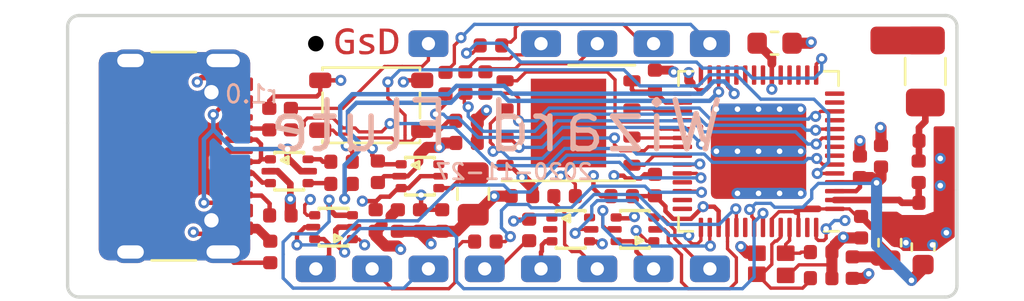
<source format=kicad_pcb>
(kicad_pcb (version 20221018) (generator pcbnew)
  (title_block (title "Wizard Flute (CA)") (date "2020-11-27") (rev "r1.0") (company "GsD") (comment 3 "© 2020 Greg Davill <greg.davill@gmail.com>") (comment 4 "License: CERN-OHL-P"))
  (layers (0 "F.Cu" signal) (1 "In1.Cu" signal) (2 "In2.Cu" signal) (31 "B.Cu" signal) (34 "B.Paste" user) (35 "F.Paste" user) (36 "B.SilkS" user "B.Silkscreen") (37 "F.SilkS" user "F.Silkscreen") (38 "B.Mask" user) (39 "F.Mask" user) (44 "Edge.Cuts" user))
  (net 0 "")
  (net 1 "+3V3")
  (net 2 "GND")
  (net 3 "/USB_N")
  (net 4 "/USB_P")
  (net 5 "/CC1")
  (net 6 "/CC2")
  (net 7 "/SHIELD")
  (net 8 "VBUS")
  (net 9 "/xD+")
  (net 10 "/xD-")
  (net 11 "/iD+")
  (net 12 "/iD-")
  (net 13 "/SPI_~{CS}")
  (net 14 "/SPI_SCK")
  (net 15 "/SPI_~{HLD}-IO3")
  (net 16 "/SPI_~{WP}-IO2")
  (net 17 "/U0RXD")
  (net 18 "Net-(L1-Pad1)")
  (net 19 "/SPI_COPI-IO0")
  (net 20 "/SPI_CIPO-IO1")
  (net 21 "Net-(C4-Pad2)")
  (net 22 "Net-(C3-Pad2)")
  (net 23 "Net-(AE1-Pad1)")
  (net 24 "Net-(C19-Pad1)")
  (net 25 "Net-(R9-Pad1)")
  (net 26 "Net-(C13-Pad1)")
  (net 27 "Net-(C10-Pad1)")
  (net 28 "/GPIO0-BOOT")
  (net 29 "/VCC_SPI")
  (net 30 "Net-(R15-Pad1)")
  (net 31 "Net-(R8-Pad1)")
  (net 32 "Net-(R11-Pad1)")
  (net 33 "Net-(R14-Pad1)")
  (net 34 "Net-(LE1-Pad1)")
  (net 35 "Net-(C5-Pad2)")
  (net 36 "/SBU1")
  (net 37 "/SBU2")
  (net 38 "Net-(R16-Pad1)")
  (net 39 "Net-(LE1-Pad2)")
  (net 40 "Net-(R13-Pad1)")
  (net 41 "Net-(LE1-Pad4)")
  (net 42 "Net-(R12-Pad1)")
  (net 43 "Net-(LE1-Pad6)")
  (net 44 "Net-(LE1-Pad8)")
  (net 45 "/led_ca4")
  (net 46 "/led_ca3")
  (net 47 "/led_ca2")
  (net 48 "/led_ca1")
  (net 49 "/led_ca0")
  (net 50 "/RAM_~{CS}")
  (net 51 "/U0TXD")
  (net 52 "/led_a")
  (net 53 "/led_b")
  (net 54 "/led_c")
  (net 55 "/led_d")
  (net 56 "/led_e")
  (net 57 "/led_f")
  (net 58 "/led_g")
  (net 59 "/led_dp")
  (footprint "Resistor_SMD:R_0402_1005Metric" (layer "F.Cu") (at 112.359998 100.2475 180)
    (fp_text reference "R4" hide)
    (fp_text value "22R" hide)
  )
  (footprint "pkl_buttons_switches:SW_SPST_3x4x2.5" (layer "F.Cu") (at 113.7 97.7 180)
    (fp_text reference "SW1" hide)
    (fp_text value "TACT" hide)
  )
  (footprint "Resistor_SMD:R_0402_1005Metric" (layer "F.Cu") (at 109.1 98.325 -90)
    (fp_text reference "R2" hide)
    (fp_text value "5k1" hide)
  )
  (footprint "Resistor_SMD:R_0402_1005Metric" (layer "F.Cu") (at 109.6 102.67 180)
    (fp_text reference "R3" hide)
    (fp_text value "5k1" hide)
  )
  (footprint "Capacitor_SMD:C_0402_1005Metric" (layer "F.Cu") (at 126.5 101.3 90)
    (fp_text reference "C9" hide)
    (fp_text value "100n" hide)
  )
  (footprint "pkl_connectors:USB_C_Receptacle_HRO_TYPE-C-31-M-12" (layer "F.Cu") (at 103.889 100 -90)
    (fp_text reference "J1" hide)
    (fp_text value "USB_C" hide)
  )
  (footprint "Resistor_SMD:R_0402_1005Metric" (layer "F.Cu") (at 109.144 104.318 -90)
    (fp_text reference "R1" hide)
    (fp_text value "1M" hide)
  )
  (footprint "Capacitor_SMD:C_0603_1608Metric" (layer "F.Cu") (at 131.9 94.9)
    (fp_text reference "C19" hide)
    (fp_text value "10u" hide)
  )
  (footprint "led-clock:SOT-666" (layer "F.Cu") (at 110 100.675)
    (fp_text reference "U1" hide)
    (fp_text value "USBLC6-2" hide)
  )
  (footprint "Resistor_SMD:R_0402_1005Metric" (layer "F.Cu") (at 118 98.4)
    (fp_text reference "R10" hide)
    (fp_text value "10k" hide)
  )
  (footprint "Resistor_SMD:R_0402_1005Metric" (layer "F.Cu") (at 112.359998 101.2475 180)
    (fp_text reference "R5" hide)
    (fp_text value "22R" hide)
  )
  (footprint "Capacitor_SMD:C_0402_1005Metric" (layer "F.Cu") (at 120.5 101.8)
    (fp_text reference "C12" hide)
    (fp_text value "100n" hide)
  )
  (footprint "Capacitor_SMD:C_0402_1005Metric" (layer "F.Cu") (at 134 105.5 180)
    (fp_text reference "C3" hide)
    (fp_text value "18pF" hide)
  )
  (footprint "led-clock:SOT-666" (layer "F.Cu") (at 112 103.2 180)
    (fp_text reference "Q2" hide)
    (fp_text value "NTZD3152P" hide)
  )
  (footprint "Capacitor_SMD:C_0603_1608Metric" (layer "F.Cu") (at 138.6 104.1 90)
    (fp_text reference "C14" hide)
    (fp_text value "10u" hide)
  )
  (footprint "led-clock:SOT-666" (layer "F.Cu") (at 122.7 103.3)
    (fp_text reference "Q1" hide)
    (fp_text value "NTZD3152P" hide)
  )
  (footprint "Capacitor_SMD:C_0402_1005Metric" (layer "F.Cu") (at 113.9 102.9 -90)
    (fp_text reference "C1" hide)
    (fp_text value "4.7uF" hide)
  )
  (footprint "Capacitor_SMD:C_0402_1005Metric" (layer "F.Cu") (at 138.9 99.3)
    (fp_text reference "C11" hide)
    (fp_text value "TBD" hide)
  )
  (footprint "Capacitor_SMD:C_0402_1005Metric" (layer "F.Cu") (at 134 104.325 180)
    (fp_text reference "C4" hide)
    (fp_text value "18pF" hide)
  )
  (footprint "Resistor_SMD:R_0402_1005Metric" (layer "F.Cu") (at 122.425 101.8)
    (fp_text reference "R12" hide)
    (fp_text value "220R" hide)
  )
  (footprint "Capacitor_SMD:C_0402_1005Metric" (layer "F.Cu") (at 126.5 96.6 90)
    (fp_text reference "C2" hide)
    (fp_text value "2.2uF" hide)
  )
  (footprint "Package_SON:WSON-8-1EP_6x5mm_P1.27mm_EP3.4x4mm" (layer "F.Cu") (at 122.6 98.5)
    (fp_text reference "U4" hide)
    (fp_text value "W25Q32JVZPIQ" hide)
  )
  (footprint "led-clock:SOT-666" (layer "F.Cu") (at 115.9 100.9)
    (fp_text reference "U2" hide)
    (fp_text value "TLV62569DRL" hide)
  )
  (footprint "Resistor_SMD:R_0402_1005Metric" (layer "F.Cu") (at 116.9 102.9 -90)
    (fp_text reference "R6" hide)
    (fp_text value "210k" hide)
  )
  (footprint "Inductor_SMD:L_0805_2012Metric" (layer "F.Cu") (at 118.3 101.7 -90)
    (fp_text reference "L1" hide)
    (fp_text value "2.2uH" hide)
  )
  (footprint "Resistor_SMD:R_0402_1005Metric" (layer "F.Cu") (at 117.95 96.675 -90)
    (fp_text reference "R11" hide)
    (fp_text value "220R" hide)
  )
  (footprint "Inductor_SMD:L_0402_1005Metric" (layer "F.Cu") (at 125 101.8)
    (fp_text reference "FB1" hide)
    (fp_text value "240R" hide)
  )
  (footprint "led-clock:Crystal_SMD_4Pin_2.0x1.6mm" (layer "F.Cu") (at 131.75 104.875 -90)
    (fp_text reference "Y1" hide)
    (fp_text value "40MHz" hide)
  )
  (footprint "Capacitor_SMD:C_0402_1005Metric" (layer "F.Cu") (at 114.9 102.9 90)
    (fp_text reference "C6" hide)
    (fp_text value "1uF" hide)
  )
  (footprint "Resistor_SMD:R_0402_1005Metric" (layer "F.Cu") (at 120.825 103.325 90)
    (fp_text reference "R13" hide)
    (fp_text value "220R" hide)
  )
  (footprint "Capacitor_SMD:C_0402_1005Metric" (layer "F.Cu") (at 118 99.4 180)
    (fp_text reference "C7" hide)
    (fp_text value "2.2uF" hide)
  )
  (footprint "Resistor_SMD:R_0402_1005Metric" (layer "F.Cu") (at 110.075 98.325 -90)
    (fp_text reference "R14" hide)
    (fp_text value "220R" hide)
  )
  (footprint "Resistor_SMD:R_0402_1005Metric" (layer "F.Cu") (at 118.85 103.85)
    (fp_text reference "R16" hide)
    (fp_text value "220R" hide)
  )
  (footprint "Capacitor_SMD:C_0402_1005Metric" (layer "F.Cu") (at 135.75 100.475 90)
    (fp_text reference "C15" hide)
    (fp_text value "100n" hide)
  )
  (footprint "Inductor_SMD:L_0402_1005Metric" (layer "F.Cu") (at 138.4 100.7 90)
    (fp_text reference "L2" hide)
    (fp_text value "TBD" hide)
  )
  (footprint "Resistor_SMD:R_0402_1005Metric" (layer "F.Cu") (at 118.85 96.675 -90)
    (fp_text reference "R8" hide)
    (fp_text value "220R" hide)
  )
  (footprint "Resistor_SMD:R_0402_1005Metric" (layer "F.Cu") (at 119.1 95 180)
    (fp_text reference "R15" hide)
    (fp_text value "220R" hide)
  )
  (footprint "Inductor_SMD:L_0402_1005Metric" (layer "F.Cu") (at 135.425 105.025 90)
    (fp_text reference "FB3" hide)
    (fp_text value "240R" hide)
  )
  (footprint "Inductor_SMD:L_0402_1005Metric" (layer "F.Cu") (at 136.7 100 -90)
    (fp_text reference "FB2" hide)
    (fp_text value "240R" hide)
  )
  (footprint "Resistor_SMD:R_0402_1005Metric" (layer "F.Cu") (at 114 100.7 90)
    (fp_text reference "R7" hide)
    (fp_text value "47k" hide)
  )
  (footprint "Capacitor_SMD:C_0402_1005Metric" (layer "F.Cu") (at 115.9 102.9 90)
    (fp_text reference "C5" hide)
    (fp_text value "6.8pF" hide)
  )
  (footprint "gsd_logo_small" (layer "F.Cu") (at 113.5 94.9)
    (fp_text reference "G***" hide)
    (fp_text value "LOGO" hide)
  )
  (footprint "Capacitor_SMD:C_0402_1005Metric" (layer "F.Cu") (at 138.9 102.1)
    (fp_text reference "C10" hide)
    (fp_text value "TBD" hide)
  )
  (footprint "Package_DFN_QFN:QFN-56-1EP_7x7mm_P0.4mm_EP5.6x5.6mm" (layer "F.Cu") (at 131.175 99.775 180)
    (fp_text reference "U3" hide)
    (fp_text value "ESP32-S2" hide)
  )
  (footprint "Capacitor_SMD:C_0402_1005Metric" (layer "F.Cu") (at 135.8 103.2 -90)
    (fp_text reference "C13" hide)
    (fp_text value "100n" hide)
  )
  (footprint "led-clock:SOT-666" (layer "F.Cu") (at 125.6 103.3 180)
    (fp_text reference "Q3" hide)
    (fp_text value "NTZD3152P" hide)
  )
  (footprint "oshw_small" (layer "F.Cu") (at 136.35 96.75)
    (fp_text reference "G***" hide)
    (fp_text value "LOGO" hide)
  )
  (footprint "Capacitor_SMD:C_0603_1608Metric" (layer "F.Cu") (at 137.1 103.9 90)
    (fp_text reference "C8" hide)
    (fp_text value "10u" hide)
  )
  (footprint "Resistor_SMD:R_0402_1005Metric" (layer "F.Cu") (at 117.05 96.7 -90)
    (fp_text reference "R9" hide)
    (fp_text value "220R" hide)
  )
  (footprint "led-clock:Ant_3216" (layer "F.Cu") (at 138.7 96.175 90)
    (fp_text reference "AE1" hide)
    (fp_text value "Antenna" hide)
  )
  (footprint "led-clock:kem-3942-ay" (layer "B.Cu") (at 120.09 100 180)
    (fp_text reference "LE1" hide)
    (fp_text value "LTC-4627" hide)
  )
  (gr_line (start 100.525 93.65) (end 139.6 93.649999) (stroke (width 0.15)) (layer "Edge.Cuts"))
  (gr_line (start 100 105.825) (end 100 101.5) (stroke (width 0.15)) (layer "Edge.Cuts"))
  (gr_line (start 139.575 106.35) (end 100.525 106.349999) (stroke (width 0.15)) (layer "Edge.Cuts"))
  (gr_arc (start 100.525 106.349999) (mid 100.150444 106.199555) (end 100 105.825) (stroke (width 0.15)) (layer "Edge.Cuts"))
  (gr_line (start 140.125 98.525) (end 140.125 94.2) (stroke (width 0.15)) (layer "Edge.Cuts"))
  (gr_arc (start 139.6 93.649999) (mid 139.986142 93.806977) (end 140.125 94.2) (stroke (width 0.15)) (layer "Edge.Cuts"))
  (gr_line (start 140.126272 105.841999) (end 140.125 101.525) (stroke (width 0.15)) (layer "Edge.Cuts"))
  (gr_line (start 100 98.5) (end 100 94.175) (stroke (width 0.15)) (layer "Edge.Cuts"))
  (gr_line (start 140.125 101.525) (end 140.125 98.525) (stroke (width 0.15)) (layer "Edge.Cuts"))
  (gr_arc (start 100 94.175) (mid 100.150376 93.800376) (end 100.525 93.65) (stroke (width 0.15)) (layer "Edge.Cuts"))
  (gr_arc (start 140.126272 105.841999) (mid 139.961974 106.216821) (end 139.575 106.35) (stroke (width 0.15)) (layer "Edge.Cuts"))
  (gr_line (start 100 101.5) (end 100 98.5) (stroke (width 0.15)) (layer "Edge.Cuts"))
  (gr_text "Wizard Flute" (at 119.35 98.65) (layer "B.SilkS") (effects (font (size 2.2 2.2) (thickness 0.25)) (justify mirror)))
  (gr_text "2020-11-27" (at 120.15 100.7) (layer "B.SilkS") (effects (font (size 0.7 0.7) (thickness 0.12)) (justify mirror)))
  (gr_text "r1.0" (at 108.3 97.2) (layer "B.SilkS") (effects (font (size 0.8 0.8) (thickness 0.12)) (justify mirror)))
  (segment (start 111.15 102.6625) (end 110.8125 102.6625) (width 0.15) (layer "F.Cu") (net 1))
  (segment (start 118.485 98.34) (end 118.9 97.925) (width 0.5) (layer "F.Cu") (net 1))
  (segment (start 110.8125 102.6625) (end 110.7 102.55) (width 0.15) (layer "F.Cu") (net 1))
  (segment (start 123.725 100.875) (end 123.725 101.45) (width 0.2) (layer "F.Cu") (net 1))
  (segment (start 123.725 101.45) (end 124.075 101.8) (width 0.2) (layer "F.Cu") (net 1))
  (segment (start 124.125 103.95) (end 123.95 103.95) (width 0.2) (layer "F.Cu") (net 1))
  (segment (start 115.9 103.45) (end 115.9 103.385) (width 0.5) (layer "F.Cu") (net 1))
  (segment (start 124.075 101.8) (end 124.515 101.8) (width 0.2) (layer "F.Cu") (net 1))
  (segment (start 126.45 103.8375) (end 126.1375 103.8375) (width 0.15) (layer "F.Cu") (net 1))
  (segment (start 123.95 103.95) (end 123.85 103.85) (width 0.2) (layer "F.Cu") (net 1))
  (segment (start 118.485 99.4) (end 118.485 98.4) (width 0.5) (layer "F.Cu") (net 1))
  (segment (start 114.9 103.385) (end 115.9 103.385) (width 0.5) (layer "F.Cu") (net 1))
  (segment (start 126.1375 103.8375) (end 125.65 103.35) (width 0.15) (layer "F.Cu") (net 1))
  (segment (start 112.85 103.7375) (end 113.1375 103.7375) (width 0.15) (layer "F.Cu") (net 1))
  (segment (start 136.15 105.3) (end 135.94 105.51) (width 0.5) (layer "F.Cu") (net 1))
  (segment (start 136.7 98.725) (end 136.675 98.7) (width 0.5) (layer "F.Cu") (net 1))
  (segment (start 110.7 102.55) (end 110.7 102.2) (width 0.15) (layer "F.Cu") (net 1))
  (segment (start 136.7 99.515) (end 136.7 98.725) (width 0.5) (layer "F.Cu") (net 1))
  (segment (start 118.3 102.6375) (end 118.4125 102.6375) (width 0.5) (layer "F.Cu") (net 1))
  (segment (start 113.1375 103.7375) (end 113.4 104) (width 0.15) (layer "F.Cu") (net 1))
  (segment (start 115.9 103.385) (end 116.9 103.385) (width 0.5) (layer "F.Cu") (net 1))
  (segment (start 123.85 103.85) (end 123.5625 103.85) (width 0.2) (layer "F.Cu") (net 1))
  (segment (start 123.5625 103.85) (end 123.55 103.8375) (width 0.2) (layer "F.Cu") (net 1))
  (segment (start 117.5525 103.385) (end 118.3 102.6375) (width 0.5) (layer "F.Cu") (net 1))
  (segment (start 118.485 98.4) (end 118.485 98.34) (width 0.5) (layer "F.Cu") (net 1))
  (segment (start 110.7 102.2) (end 110.95 101.95) (width 0.15) (layer "F.Cu") (net 1))
  (segment (start 116.4 103.95) (end 115.9 103.45) (width 0.5) (layer "F.Cu") (net 1))
  (segment (start 120.015 101.8) (end 119.25 101.8) (width 0.5) (layer "F.Cu") (net 1))
  (segment (start 116.9 103.385) (end 117.5525 103.385) (width 0.5) (layer "F.Cu") (net 1))
  (segment (start 135.94 105.51) (end 135.425 105.51) (width 0.5) (layer "F.Cu") (net 1))
  (segment (start 118.4125 102.6375) (end 119.25 101.8) (width 0.5) (layer "F.Cu") (net 1))
  (via (at 118.9 97.925) (size 0.5) (drill 0.25) (layers "F.Cu" "B.Cu") (net 1))
  (via (at 125.65 103.35) (size 0.5) (drill 0.25) (layers "F.Cu" "B.Cu") (net 1))
  (via (at 136.15 105.3) (size 0.5) (drill 0.25) (layers "F.Cu" "B.Cu") (net 1))
  (via (at 116.4 103.95) (size 0.5) (drill 0.25) (layers "F.Cu" "B.Cu") (net 1))
  (via (at 119.25 101.8) (size 0.5) (drill 0.25) (layers "F.Cu" "B.Cu") (net 1))
  (via (at 113.4 104) (size 0.5) (drill 0.25) (layers "F.Cu" "B.Cu") (net 1))
  (via (at 124.125 103.95) (size 0.5) (drill 0.25) (layers "F.Cu" "B.Cu") (net 1))
  (via (at 110.95 101.95) (size 0.5) (drill 0.25) (layers "F.Cu" "B.Cu") (net 1))
  (via (at 136.675 98.7) (size 0.5) (drill 0.25) (layers "F.Cu" "B.Cu") (net 1))
  (via (at 123.725 100.875) (size 0.5) (drill 0.25) (layers "F.Cu" "B.Cu") (net 1))
  (segment (start 113.9 103.6) (end 113.9 103.385) (width 0.5) (layer "F.Cu") (net 2))
  (segment (start 125.5 102.8) (end 125.575 102.725) (width 0.2) (layer "F.Cu") (net 2))
  (segment (start 110.085 102.67) (end 110.05 102.635) (width 0.5) (layer "F.Cu") (net 2))
  (segment (start 134.475 104.425) (end 134.475 103.89) (width 0.15) (layer "F.Cu") (net 2))
  (segment (start 114.875 104.05) (end 114.35 104.05) (width 0.5) (layer "F.Cu") (net 2))
  (segment (start 114.9 102.415) (end 114.87 102.415) (width 0.5) (layer "F.Cu") (net 2))
  (segment (start 106.9 96.45) (end 106.05 96.45) (width 0.25) (layer "F.Cu") (net 2))
  (segment (start 131.1 104.375) (end 130.675 104.375) (width 0.5) (layer "F.Cu") (net 2))
  (segment (start 106.925 103.5) (end 105.75 103.5) (width 0.2) (layer "F.Cu") (net 2))
  (segment (start 132.525 105.375) (end 133 104.9) (width 0.15) (layer "F.Cu") (net 2))
  (segment (start 107.044 103.381) (end 106.925 103.5) (width 0.2) (layer "F.Cu") (net 2))
  (segment (start 134.485 104.325) (end 134.485 104.165) (width 0.5) (layer "F.Cu") (net 2))
  (segment (start 134.465 105.025) (end 134.475 105.015) (width 0.15) (layer "F.Cu") (net 2))
  (segment (start 111.4 97.15) (end 111.4 96.575) (width 0.2) (layer "F.Cu") (net 2))
  (segment (start 107.734 96.75) (end 107.2 96.75) (width 0.25) (layer "F.Cu") (net 2))
  (segment (start 134.475 104.425) (end 134.475 104.71) (width 0.15) (layer "F.Cu") (net 2))
  (segment (start 113.9 103.385) (end 114.1925 103.0925) (width 0.5) (layer "F.Cu") (net 2))
  (segment (start 139.385 102.1) (end 139.375 102.09) (width 0.15) (layer "F.Cu") (net 2))
  (segment (start 132.4 105.375) (end 132.525 105.375) (width 0.15) (layer "F.Cu") (net 2))
  (segment (start 135.035 103.685) (end 135 103.65) (width 0.5) (layer "F.Cu") (net 2))
  (segment (start 110.0925 102.6625) (end 110.085 102.67) (width 0.25) (layer "F.Cu") (net 2))
  (segment (start 134.485 105.5) (end 134.485 104.325) (width 0.5) (layer "F.Cu") (net 2))
  (segment (start 107.2 96.75) (end 106.9 96.45) (width 0.25) (layer "F.Cu") (net 2))
  (segment (start 120.985 101.435) (end 120.5 100.95) (width 0.5) (layer "F.Cu") (net 2))
  (segment (start 109.1 97.84) (end 109.1 97.5) (width 0.2) (layer "F.Cu") (net 2))
  (segment (start 133 104.9) (end 134.46 104.9) (width 0.15) (layer "F.Cu") (net 2))
  (segment (start 125.85 101) (end 125.2 101) (width 0.2) (layer "F.Cu") (net 2))
  (segment (start 109.075 100.675) (end 109.475 100.675) (width 0.3) (layer "F.Cu") (net 2))
  (segment (start 109.3 97.3) (end 111.25 97.3) (width 0.2) (layer "F.Cu") (net 2))
  (segment (start 115.85 100.4) (end 115.85 100.25) (width 0.2) (layer "F.Cu") (net 2))
  (segment (start 108.561 103.25) (end 109.144 103.833) (width 0.4) (layer "F.Cu") (net 2))
  (segment (start 134.475 105.015) (end 134.475 104.885) (width 0.15) (layer "F.Cu") (net 2))
  (segment (start 115.85 99.95) (end 115.85 100.25) (width 0.4) (layer "F.Cu") (net 2))
  (segment (start 137.1 103.1125) (end 137.7625 103.1125) (width 0.15) (layer "F.Cu") (net 2))
  (segment (start 115.35 100.9) (end 115.85 100.4) (width 0.2) (layer "F.Cu") (net 2))
  (segment (start 126.5 96.115) (end 127.265 96.115) (width 0.4) (layer "F.Cu") (net 2))
  (segment (start 130.6 104.075) (end 131.1 104.575) (width 0.15) (layer "F.Cu") (net 2))
  (segment (start 134.715 103.65) (end 135 103.65) (width 0.15) (layer "F.Cu") (net 2))
  (segment (start 133.5 94.9) (end 132.6875 94.9) (width 0.5) (layer "F.Cu") (net 2))
  (segment (start 120.985 101.8) (end 120.985 101.435) (width 0.5) (layer "F.Cu") (net 2))
  (segment (start 134.475 104.885) (end 134.475 104.71) (width 0.15) (layer "F.Cu") (net 2))
  (segment (start 114.975 100.9) (end 115.35 100.9) (width 0.2) (layer "F.Cu") (net 2))
  (segment (start 134.68 103.685) (end 134.715 103.65) (width 0.15) (layer "F.Cu") (net 2))
  (segment (start 105.75 103.5) (end 105.675 103.425) (width 0.2) (layer "F.Cu") (net 2))
  (segment (start 137.825 103.275) (end 137.825 103.9) (width 0.15) (layer "F.Cu") (net 2))
  (segment (start 124.65 100.875) (end 125.075 100.875) (width 0.2) (layer "F.Cu") (net 2))
  (segment (start 124.7875 102.8) (end 125.5 102.8) (width 0.2) (layer "F.Cu") (net 2))
  (segment (start 107.734 103.25) (end 108.561 103.25) (width 0.4) (layer "F.Cu") (net 2))
  (segment (start 117.515 99.4) (end 116.975 99.4) (width 0.5) (layer "F.Cu") (net 2))
  (segment (start 115.225 96.575) (end 116 96.575) (width 0.2) (layer "F.Cu") (net 2))
  (segment (start 106.05 96.45) (end 105.85 96.65) (width 0.25) (layer "F.Cu") (net 2))
  (segment (start 116.2 99.6) (end 116.775 99.6) (width 0.5) (layer "F.Cu") (net 2))
  (segment (start 134.475 105.6) (end 134.475 105.015) (width 0.15) (layer "F.Cu") (net 2))
  (segment (start 111.4 96.575) (end 112.325 96.575) (width 0.2) (layer "F.Cu") (net 2))
  (segment (start 139.375 99.31) (end 139.375 100.1) (width 0.15) (layer "F.Cu") (net 2))
  (segment (start 133.55 94.85) (end 133.5 94.9) (width 0.5) (layer "F.Cu") (net 2))
  (segment (start 134.485 104.165) (end 135 103.65) (width 0.5) (layer "F.Cu") (net 2))
  (segment (start 139.385 99.3) (end 139.375 99.31) (width 0.15) (layer "F.Cu") (net 2))
  (segment (start 114.87 102.415) (end 114.5925 102.6925) (width 0.5) (layer "F.Cu") (net 2))
  (segment (start 126.035 100.815) (end 125.85 101) (width 0.2) (layer "F.Cu") (net 2))
  (segment (start 137.9625 103.3125) (end 138.6 103.3125) (width 0.15) (layer "F.Cu") (net 2))
  (segment (start 126.5 100.815) (end 126.035 100.815) (width 0.2) (layer "F.Cu") (net 2))
  (segment (start 139.375 102.09) (end 139.375 101.325) (width 0.15) (layer "F.Cu") (net 2))
  (segment (start 109.1 97.5) (end 109.3 97.3) (width 0.2) (layer "F.Cu") (net 2))
  (segment (start 134.475 104.71) (end 134.475 104.6) (width 0.15) (layer "F.Cu") (net 2))
  (segment (start 115.025 104.2) (end 114.875 104.05) (width 0.5) (layer "F.Cu") (net 2))
  (segment (start 114.975 100.9) (end 114.285 100.9) (width 0.2) (layer "F.Cu") (net 2))
  (segment (start 135.75 99.99) (end 135.75 99.3) (width 0.5) (layer "F.Cu") (net 2))
  (segment (start 135.8 103.685) (end 135.035 103.685) (width 0.5) (layer "F.Cu") (net 2))
  (segment (start 109.475 100.675) (end 110.05 101.25) (width 0.3) (layer "F.Cu") (net 2))
  (segment (start 108.556 103.381) (end 107.044 103.381) (width 0.2) (layer "F.Cu") (net 2))
  (segment (start 124.75 102.7625) (end 124.7875 102.8) (width 0.2) (layer "F.Cu") (net 2))
  (segment (start 130.675 104.375) (end 130.375 104.075) (width 0.5) (layer "F.Cu") (net 2))
  (segment (start 116.975 99.4) (end 116.775 99.6) (width 0.5) (layer "F.Cu") (net 2))
  (segment (start 134.475 103.89) (end 134.68 103.685) (width 0.15) (layer "F.Cu") (net 2))
  (segment (start 110.05 101.25) (end 110.05 101.925) (width 0.3) (layer "F.Cu") (net 2))
  (segment (start 119.7375 100.405) (end 119.955 100.405) (width 0.2) (layer "F.Cu") (net 2))
  (segment (start 115.15 96.65) (end 115.225 96.575) (width 0.2) (layer "F.Cu") (net 2))
  (segment (start 127.265 96.115) (end 127.35 96.2) (width 0.4) (layer "F.Cu") (net 2))
  (segment (start 110.05 102.635) (end 110.05 101.925) (width 0.5) (layer "F.Cu") (net 2))
  (segment (start 115.85 99.95) (end 116.2 99.6) (width 0.5) (layer "F.Cu") (net 2))
  (segment (start 137.875 103.225) (end 137.9625 103.3125) (width 0.15) (layer "F.Cu") (net 2))
  (segment (start 109.1 97.84) (end 109.075 97.815) (width 0.2) (layer "F.Cu") (net 2))
  (segment (start 130.375 104.075) (end 130.6 104.075) (width 0.15) (layer "F.Cu") (net 2))
  (segment (start 114.35 104.05) (end 113.9 103.6) (width 0.5) (layer "F.Cu") (net 2))
  (segment (start 134.46 104.9) (end 134.475 104.885) (width 0.15) (layer "F.Cu") (net 2))
  (segment (start 114.5925 102.6925) (end 114.1925 103.0925) (width 0.2) (layer "F.Cu") (net 2))
  (segment (start 114.285 100.9) (end 114 101.185) (width 0.2) (layer "F.Cu") (net 2))
  (segment (start 125.075 100.875) (end 125.2 101) (width 0.2) (layer "F.Cu") (net 2))
  (segment (start 109.008 103.833) (end 108.556 103.381) (width 0.2) (layer "F.Cu") (net 2))
  (segment (start 137.875 103.225) (end 137.825 103.275) (width 0.15) (layer "F.Cu") (net 2))
  (segment (start 137.7625 103.1125) (end 137.875 103.225) (width 0.15) (layer "F.Cu") (net 2))
  (segment (start 111.25 97.3) (end 111.4 97.15) (width 0.2) (layer "F.Cu") (net 2))
  (segment (start 109.144 103.833) (end 109.008 103.833) (width 0.2) (layer "F.Cu") (net 2))
  (segment (start 119.955 100.405) (end 120.5 100.95) (width 0.2) (layer "F.Cu") (net 2))
  (via (at 135.75 99.3) (size 0.5) (drill 0.25) (layers "F.Cu" "B.Cu") (net 2))
  (via (at 139.025 104) (size 0.5) (drill 0.25) (layers "F.Cu" "B.Cu") (net 2))
  (via (at 137.825 103.9) (size 0.5) (drill 0.25) (layers "F.Cu" "B.Cu") (net 2))
  (via (at 105.675 103.425) (size 0.5) (drill 0.25) (layers "F.Cu" "B.Cu") (net 2))
  (via (at 139.65 103.45) (size 0.5) (drill 0.25) (layers "F.Cu" "B.Cu") (net 2))
  (via (at 120.5 100.95) (size 0.5) (drill 0.25) (layers "F.Cu" "B.Cu") (net 2))
  (via (at 139.375 101.325) (size 0.5) (drill 0.25) (layers "F.Cu" "B.Cu") (net 2))
  (via (at 130.375 104.075) (size 0.5) (drill 0.25) (layers "F.Cu" "B.Cu") (net 2))
  (via (at 105.85 96.65) (size 0.5) (drill 0.25) (layers "F.Cu" "B.Cu") (net 2))
  (via (at 115.15 96.65) (size 0.5) (drill 0.25) (layers "F.Cu" "B.Cu") (net 2))
  (via (at 124.65 100.875) (size 0.5) (drill 0.25) (layers "F.Cu" "B.Cu") (net 2))
  (via (at 116.775 99.6) (size 0.5) (drill 0.25) (layers "F.Cu" "B.Cu") (net 2))
  (via (at 133.55 94.85) (size 0.5) (drill 0.25) (layers "F.Cu" "B.Cu") (net 2))
  (via (at 127.35 96.2) (size 0.5) (drill 0.25) (layers "F.Cu" "B.Cu") (net 2))
  (via (at 110.05 101.925) (size 0.5) (drill 0.25) (layers "F.Cu" "B.Cu") (net 2))
  (via (at 135 103.65) (size 0.5) (drill 0.25) (layers "F.Cu" "B.Cu") (net 2))
  (via (at 115.025 104.2) (size 0.5) (drill 0.25) (layers "F.Cu" "B.Cu") (net 2))
  (via (at 112.325 96.575) (size 0.5) (drill 0.25) (layers "F.Cu" "B.Cu") (net 2))
  (via (at 125.575 102.725) (size 0.5) (drill 0.25) (layers "F.Cu" "B.Cu") (net 2))
  (via (at 139.375 100.1) (size 0.5) (drill 0.25) (layers "F.Cu" "B.Cu") (net 2))
  (segment (start 129.775 96.85) (end 130.075 97.15) (width 0.15) (layer "F.Cu") (net 3))
  (segment (start 130.075 97.15) (end 130.075 97.175) (width 0.15) (layer "F.Cu") (net 3))
  (segment (start 129.775 96.3375) (end 129.775 96.85) (width 0.15) (layer "F.Cu") (net 3))
  (segment (start 112.844998 99.794998) (end 112.575 99.525) (width 0.2) (layer "F.Cu") (net 3))
  (segment (start 112.844998 100.2475) (end 112.844998 99.794998) (width 0.2) (layer "F.Cu") (net 3))
  (via (at 130.075 97.175) (size 0.5) (drill 0.25) (layers "F.Cu" "B.Cu") (net 3))
  (via (at 112.575 99.525) (size 0.5) (drill 0.25) (layers "F.Cu" "B.Cu") (net 3))
  (segment (start 117.175 97.2) (end 112.85 97.2) (width 0.2) (layer "B.Cu") (net 3))
  (segment (start 112.575 99.3) (end 112.575 99.525) (width 0.2) (layer "B.Cu") (net 3))
  (segment (start 129.625 96.625) (end 129.15 96.625) (width 0.2) (layer "B.Cu") (net 3))
  (segment (start 119.7 96.825) (end 117.55 96.825) (width 0.2) (layer "B.Cu") (net 3))
  (segment (start 112.3 99.025) (end 112.575 99.3) (width 0.2) (layer "B.Cu") (net 3))
  (segment (start 130.075 97.075) (end 129.625 96.625) (width 0.2) (layer "B.Cu") (net 3))
  (segment (start 112.85 97.2) (end 112.3 97.75) (width 0.2) (layer "B.Cu") (net 3))
  (segment (start 129.15 96.625) (end 128.6 97.175) (width 0.2) (layer "B.Cu") (net 3))
  (segment (start 128.6 97.175) (end 120.95 97.175) (width 0.2) (layer "B.Cu") (net 3))
  (segment (start 120.05 97.175) (end 119.7 96.825) (width 0.2) (layer "B.Cu") (net 3))
  (segment (start 120.95 97.175) (end 120.05 97.175) (width 0.2) (layer "B.Cu") (net 3))
  (segment (start 117.55 96.825) (end 117.175 97.2) (width 0.2) (layer "B.Cu") (net 3))
  (segment (start 130.075 97.175) (end 130.075 97.075) (width 0.2) (layer "B.Cu") (net 3))
  (segment (start 112.3 97.75) (end 112.3 99.025) (width 0.2) (layer "B.Cu") (net 3))
  (segment (start 112.5 101.592498) (end 112.5 101.925) (width 0.2) (layer "F.Cu") (net 4))
  (segment (start 129.375 96.3375) (end 129.375 97.1) (width 0.15) (layer "F.Cu") (net 4))
  (segment (start 112.844998 101.2475) (end 112.5 101.592498) (width 0.2) (layer "F.Cu") (net 4))
  (via (at 112.5 101.925) (size 0.5) (drill 0.25) (layers "F.Cu" "B.Cu") (net 4))
  (via (at 129.375 97.1) (size 0.5) (drill 0.25) (layers "F.Cu" "B.Cu") (net 4))
  (segment (start 112.5 101.525) (end 112.5 101.925) (width 0.2) (layer "B.Cu") (net 4))
  (segment (start 112.65 98.875) (end 112.65 97.975) (width 0.2) (layer "B.Cu") (net 4))
  (segment (start 112.65 97.975) (end 113.0375 97.5875) (width 0.2) (layer "B.Cu") (net 4))
  (segment (start 128.975 97.5) (end 129.375 97.1) (width 0.2) (layer "B.Cu") (net 4))
  (segment (start 112.5 101.525) (end 112.5 100.4) (width 0.2) (layer "B.Cu") (net 4))
  (segment (start 117.725 97.15) (end 117.2875 97.5875) (width 0.2) (layer "B.Cu") (net 4))
  (segment (start 120.9 97.5) (end 119.9 97.5) (width 0.2) (layer "B.Cu") (net 4))
  (segment (start 119.55 97.15) (end 117.725 97.15) (width 0.2) (layer "B.Cu") (net 4))
  (segment (start 120.9 97.5) (end 128.975 97.5) (width 0.2) (layer "B.Cu") (net 4))
  (segment (start 119.9 97.5) (end 119.55 97.15) (width 0.2) (layer "B.Cu") (net 4))
  (segment (start 113.125 99.35) (end 112.65 98.875) (width 0.2) (layer "B.Cu") (net 4))
  (segment (start 113.0375 97.5875) (end 117.2875 97.5875) (width 0.2) (layer "B.Cu") (net 4))
  (segment (start 113.125 99.775) (end 113.125 99.35) (width 0.2) (layer "B.Cu") (net 4))
  (segment (start 112.5 100.4) (end 113.125 99.775) (width 0.2) (layer "B.Cu") (net 4))
  (segment (start 109.04 98.75) (end 109.1 98.81) (width 0.2) (layer "F.Cu") (net 5))
  (segment (start 107.734 98.75) (end 109.04 98.75) (width 0.2) (layer "F.Cu") (net 5))
  (segment (start 109.115 102.14) (end 109.115 102.67) (width 0.2) (layer "F.Cu") (net 6))
  (segment (start 107.759 101.775) (end 108.75 101.775) (width 0.2) (layer "F.Cu") (net 6))
  (segment (start 107.734 101.75) (end 107.759 101.775) (width 0.2) (layer "F.Cu") (net 6))
  (segment (start 108.75 101.775) (end 109.115 102.14) (width 0.2) (layer "F.Cu") (net 6))
  (segment (start 102.839 104.32) (end 102.839 95.68) (width 0.2) (layer "F.Cu") (net 7))
  (segment (start 107.019 104.32) (end 102.839 104.32) (width 0.2) (layer "F.Cu") (net 7))
  (segment (start 107.019 95.68) (end 102.839 95.68) (width 0.2) (layer "F.Cu") (net 7))
  (segment (start 107.502 104.803) (end 107.019 104.32) (width 0.2) (layer "F.Cu") (net 7))
  (segment (start 109.144 104.803) (end 108.703 104.803) (width 0.2) (layer "F.Cu") (net 7))
  (segment (start 108.703 104.803) (end 107.502 104.803) (width 0.2) (layer "F.Cu") (net 7))
  (segment (start 114.9125 101.4375) (end 114.525 101.825) (width 0.2) (layer "F.Cu") (net 8))
  (segment (start 107.15 97.55) (end 106.575 98.125) (width 0.2) (layer "F.Cu") (net 8))
  (segment (start 114.525 101.825) (end 114.125 101.825) (width 0.2) (layer "F.Cu") (net 8))
  (segment (start 109.925 100.075) (end 109.925 99.675) (width 0.3) (layer "F.Cu") (net 8))
  (segment (start 113.875 102.025) (end 113.3 102.025) (width 0.2) (layer "F.Cu") (net 8))
  (segment (start 110.525 100.675) (end 109.925 100.075) (width 0.3) (layer "F.Cu") (net 8))
  (segment (start 107.734 97.55) (end 107.15 97.55) (width 0.2) (layer "F.Cu") (net 8))
  (segment (start 113.9 102.05) (end 113.9 102.415) (width 0.2) (layer "F.Cu") (net 8))
  (segment (start 107.206 102.581) (end 106.725 102.1) (width 0.2) (layer "F.Cu") (net 8))
  (segment (start 107.734 102.581) (end 107.206 102.581) (width 0.2) (layer "F.Cu") (net 8))
  (segment (start 114.125 101.825) (end 113.9 102.05) (width 0.2) (layer "F.Cu") (net 8))
  (segment (start 116.825 100.9) (end 115.925 100.9) (width 0.2) (layer "F.Cu") (net 8))
  (segment (start 115.925 100.9) (end 115.3875 101.4375) (width 0.2) (layer "F.Cu") (net 8))
  (segment (start 113.9 102.05) (end 113.875 102.025) (width 0.2) (layer "F.Cu") (net 8))
  (segment (start 110.925 100.675) (end 110.525 100.675) (width 0.3) (layer "F.Cu") (net 8))
  (segment (start 115.05 101.4375) (end 114.9125 101.4375) (width 0.2) (layer "F.Cu") (net 8))
  (segment (start 106.725 102.1) (end 106.15 102.1) (width 0.2) (layer "F.Cu") (net 8))
  (segment (start 115.3875 101.4375) (end 115.05 101.4375) (width 0.2) (layer "F.Cu") (net 8))
  (via (at 109.925 99.675) (size 0.5) (drill 0.25) (layers "F.Cu" "B.Cu") (net 8))
  (via (at 113.3 102.025) (size 0.5) (drill 0.25) (layers "F.Cu" "B.Cu") (net 8))
  (via (at 106.575 98.125) (size 0.5) (drill 0.25) (layers "F.Cu" "B.Cu") (net 8))
  (via (at 106.15 102.1) (size 0.5) (drill 0.25) (layers "F.Cu" "B.Cu") (net 8))
  (segment (start 106.15 99.225) (end 106.575 98.8) (width 0.2) (layer "B.Cu") (net 8))
  (segment (start 109.925 99.675) (end 107.45 99.675) (width 0.2) (layer "B.Cu") (net 8))
  (segment (start 107.45 99.675) (end 106.575 98.8) (width 0.2) (layer "B.Cu") (net 8))
  (segment (start 106.15 102.1) (end 106.15 99.225) (width 0.2) (layer "B.Cu") (net 8))
  (segment (start 106.575 98.8) (end 106.575 98.125) (width 0.2) (layer "B.Cu") (net 8))
  (segment (start 107.734 100.75) (end 106.875 100.75) (width 0.2) (layer "F.Cu") (net 9))
  (segment (start 107.734 100.75) (end 108.35 100.75) (width 0.2) (layer "F.Cu") (net 9))
  (segment (start 108.7875 101.1875) (end 109.125 101.1875) (width 0.2) (layer "F.Cu") (net 9))
  (segment (start 106.875 100.75) (end 106.625 100.5) (width 0.2) (layer "F.Cu") (net 9))
  (segment (start 106.625 100.075) (end 106.8875 99.8125) (width 0.2) (layer "F.Cu") (net 9))
  (segment (start 107.734 99.75) (end 106.95 99.75) (width 0.2) (layer "F.Cu") (net 9))
  (segment (start 106.625 100.5) (end 106.625 100.075) (width 0.2) (layer "F.Cu") (net 9))
  (segment (start 108.35 100.75) (end 108.7875 101.1875) (width 0.2) (layer "F.Cu") (net 9))
  (segment (start 106.95 99.75) (end 106.8875 99.8125) (width 0.2) (layer "F.Cu") (net 9))
  (segment (start 106.8875 99.8125) (end 106.775 99.925) (width 0.2) (layer "F.Cu") (net 9))
  (segment (start 108.725 99.45) (end 108.725 100.125) (width 0.2) (layer "F.Cu") (net 10))
  (segment (start 108.525 99.25) (end 108.725 99.45) (width 0.2) (layer "F.Cu") (net 10))
  (segment (start 108.725 100.125) (end 108.7375 100.1375) (width 0.2) (layer "F.Cu") (net 10))
  (segment (start 108.7375 100.1375) (end 109.15 100.1375) (width 0.2) (layer "F.Cu") (net 10))
  (segment (start 107.734 100.25) (end 108.625 100.25) (width 0.2) (layer "F.Cu") (net 10))
  (segment (start 107.734 99.25) (end 108.525 99.25) (width 0.2) (layer "F.Cu") (net 10))
  (segment (start 108.625 100.25) (end 108.7375 100.1375) (width 0.2) (layer "F.Cu") (net 10))
  (segment (start 110.85 101.2125) (end 111.839998 101.2125) (width 0.2) (layer "F.Cu") (net 11))
  (segment (start 111.839998 101.2125) (end 111.874998 101.2475) (width 0.2) (layer "F.Cu") (net 11))
  (segment (start 111.5225 100.2475) (end 111.4125 100.1375) (width 0.2) (layer "F.Cu") (net 12))
  (segment (start 110.85 100.1375) (end 111.4125 100.1375) (width 0.2) (layer "F.Cu") (net 12))
  (segment (start 111.874998 100.2475) (end 111.5225 100.2475) (width 0.2) (layer "F.Cu") (net 12))
  (segment (start 124.925 98.45) (end 124.7 98.225) (width 0.15) (layer "F.Cu") (net 13))
  (segment (start 125.575 98.45) (end 124.925 98.45) (width 0.15) (layer "F.Cu") (net 13))
  (segment (start 125.575 98.45) (end 126.45 98.45) (width 0.15) (layer "F.Cu") (net 13))
  (segment (start 120.675 96.2) (end 120.28 96.595) (width 0.15) (layer "F.Cu") (net 13))
  (segment (start 124.351002 96.2) (end 120.675 96.2) (width 0.15) (layer "F.Cu") (net 13))
  (segment (start 124.7 96.548998) (end 124.351002 96.2) (width 0.15) (layer "F.Cu") (net 13))
  (segment (start 124.7 98.225) (end 124.7 96.548998) (width 0.15) (layer "F.Cu") (net 13))
  (segment (start 126.45 98.45) (end 126.775 98.775) (width 0.15) (layer "F.Cu") (net 13))
  (segment (start 127.7375 98.775) (end 126.775 98.775) (width 0.15) (layer "F.Cu") (net 13))
  (segment (start 120.28 96.595) (end 119.7375 96.595) (width 0.15) (layer "F.Cu") (net 13))
  (segment (start 127.7375 99.175) (end 125.5025 99.175) (width 0.15) (layer "F.Cu") (net 14))
  (segment (start 125.5025 99.175) (end 125.4625 99.135) (width 0.15) (layer "F.Cu") (net 14))
  (segment (start 127.7375 97.975) (end 126.525 97.975) (width 0.15) (layer "F.Cu") (net 15))
  (segment (start 126.415 97.865) (end 126.525 97.975) (width 0.15) (layer "F.Cu") (net 15))
  (segment (start 125.4625 97.865) (end 126.415 97.865) (width 0.15) (layer "F.Cu") (net 15))
  (segment (start 128.325 98.375) (end 128.6 98.65) (width 0.15) (layer "F.Cu") (net 16))
  (segment (start 128.6 98.65) (end 128.6 99.025) (width 0.15) (layer "F.Cu") (net 16))
  (segment (start 127.7375 98.375) (end 128.325 98.375) (width 0.15) (layer "F.Cu") (net 16))
  (segment (start 128.6 99.45) (end 128.6 99.025) (width 0.15) (layer "F.Cu") (net 16))
  (segment (start 119.91 99.135) (end 120.375 99.6) (width 0.15) (layer "F.Cu") (net 16))
  (segment (start 119.7375 99.135) (end 119.91 99.135) (width 0.15) (layer "F.Cu") (net 16))
  (via (at 128.6 99.45) (size 0.5) (drill 0.25) (layers "F.Cu" "B.Cu") (net 16))
  (via (at 120.375 99.6) (size 0.5) (drill 0.25) (layers "F.Cu" "B.Cu") (net 16))
  (segment (start 128.6 99.45) (end 127.85 98.7) (width 0.15) (layer "B.Cu") (net 16))
  (segment (start 121.25 99.6) (end 120.375 99.6) (width 0.15) (layer "B.Cu") (net 16))
  (segment (start 122.325 98.7) (end 122.0875 98.9375) (width 0.15) (layer "B.Cu") (net 16))
  (segment (start 121.425 99.6) (end 121.25 99.6) (width 0.15) (layer "B.Cu") (net 16))
  (segment (start 124.95 98.7) (end 122.325 98.7) (width 0.15) (layer "B.Cu") (net 16))
  (segment (start 127.85 98.7) (end 124.95 98.7) (width 0.15) (layer "B.Cu") (net 16))
  (segment (start 122.0875 98.9375) (end 121.425 99.6) (width 0.15) (layer "B.Cu") (net 16))
  (segment (start 135.535 101.175) (end 135.75 100.96) (width 0.2) (layer "F.Cu") (net 17))
  (segment (start 135.575 101.575) (end 135.75 101.4) (width 0.2) (layer "F.Cu") (net 17))
  (segment (start 136.7 101) (end 136.5 101.2) (width 0.5) (layer "F.Cu") (net 17))
  (segment (start 130.875 102.725) (end 130.975 102.825) (width 0.15) (layer "F.Cu") (net 17))
  (segment (start 134.6125 101.175) (end 135.535 101.175) (width 0.2) (layer "F.Cu") (net 17))
  (segment (start 136.26 100.96) (end 135.75 100.96) (width 0.5) (layer "F.Cu") (net 17))
  (segment (start 136.7 100.485) (end 136.7 101) (width 0.5) (layer "F.Cu") (net 17))
  (segment (start 130.775 102.4) (end 130.875 102.5) (width 0.15) (layer "F.Cu") (net 17))
  (segment (start 138.6 104.8875) (end 138.6 105.075) (width 0.5) (layer "F.Cu") (net 17))
  (segment (start 130.975 102.825) (end 130.975 103.2125) (width 0.15) (layer "F.Cu") (net 17))
  (segment (start 130.875 102.5) (end 130.875 102.725) (width 0.15) (layer "F.Cu") (net 17))
  (segment (start 134.6125 101.575) (end 135.575 101.575) (width 0.2) (layer "F.Cu") (net 17))
  (segment (start 136.5 101.2) (end 136.26 100.96) (width 0.5) (layer "F.Cu") (net 17))
  (segment (start 138.6 105.075) (end 138.075 105.6) (width 0.5) (layer "F.Cu") (net 17))
  (segment (start 135.75 101.4) (end 135.75 100.96) (width 0.2) (layer "F.Cu") (net 17))
  (via (at 136.5 101.2) (size 0.5) (drill 0.25) (layers "F.Cu" "B.Cu") (net 17))
  (via (at 138.075 105.6) (size 0.5) (drill 0.25) (layers "F.Cu" "B.Cu") (net 17))
  (via (at 130.775 102.4) (size 0.5) (drill 0.25) (layers "F.Cu" "B.Cu") (net 17))
  (segment (start 133.575 101.9) (end 133.575 101.525) (width 0.15) (layer "B.Cu") (net 17))
  (segment (start 133.575 101.525) (end 133.875 101.225) (width 0.15) (layer "B.Cu") (net 17))
  (segment (start 133.875 101.225) (end 136.475 101.225) (width 0.15) (layer "B.Cu") (net 17))
  (segment (start 136.5 101.2) (end 136.5 102.3) (width 0.5) (layer "B.Cu") (net 17))
  (segment (start 136.5 102.3) (end 136.5 104.025) (width 0.5) (layer "B.Cu") (net 17))
  (segment (start 136.5 104.025) (end 138.075 105.6) (width 0.5) (layer "B.Cu") (net 17))
  (segment (start 131.725 102.125) (end 131.9 102.3) (width 0.15) (layer "B.Cu") (net 17))
  (segment (start 130.775 102.4) (end 131.05 102.125) (width 0.15) (layer "B.Cu") (net 17))
  (segment (start 132.65 102.3) (end 133.175 102.3) (width 0.15) (layer "B.Cu") (net 17))
  (segment (start 136.475 101.225) (end 136.5 101.2) (width 0.15) (layer "B.Cu") (net 17))
  (segment (start 131.05 102.125) (end 131.725 102.125) (width 0.15) (layer "B.Cu") (net 17))
  (segment (start 131.9 102.3) (end 132.65 102.3) (width 0.15) (layer "B.Cu") (net 17))
  (segment (start 133.175 102.3) (end 133.575 101.9) (width 0.15) (layer "B.Cu") (net 17))
  (segment (start 117.3125 101.4375) (end 117.9875 100.7625) (width 0.2) (layer "F.Cu") (net 18))
  (segment (start 117.9875 100.7625) (end 118.3 100.7625) (width 0.2) (layer "F.Cu") (net 18))
  (segment (start 116.75 101.4375) (end 117.3125 101.4375) (width 0.2) (layer "F.Cu") (net 18))
  (segment (start 127.7375 99.975) (end 126.45 99.975) (width 0.15) (layer "F.Cu") (net 19))
  (segment (start 126.02 100.405) (end 125.4625 100.405) (width 0.15) (layer "F.Cu") (net 19))
  (segment (start 126.45 99.975) (end 126.02 100.405) (width 0.15) (layer "F.Cu") (net 19))
  (segment (start 119.075 98.5275) (end 119.7375 97.865) (width 0.15) (layer "F.Cu") (net 20))
  (segment (start 125.55 99.75) (end 124.95 99.75) (width 0.15) (layer "F.Cu") (net 20))
  (segment (start 119.075 99.375) (end 119.075 98.5275) (width 0.15) (layer "F.Cu") (net 20))
  (segment (start 119.2 99.775) (end 119.2 99.5) (width 0.15) (layer "F.Cu") (net 20))
  (segment (start 126.675 99.575) (end 127.7375 99.575) (width 0.15) (layer "F.Cu") (net 20))
  (segment (start 119.2 99.5) (end 119.075 99.375) (width 0.15) (layer "F.Cu") (net 20))
  (segment (start 125.55 99.75) (end 126.025 99.75) (width 0.15) (layer "F.Cu") (net 20))
  (segment (start 124.675 99.475) (end 124.675 99.175) (width 0.15) (layer "F.Cu") (net 20))
  (segment (start 126.2 99.575) (end 126.675 99.575) (width 0.15) (layer "F.Cu") (net 20))
  (segment (start 126.025 99.75) (end 126.2 99.575) (width 0.15) (layer "F.Cu") (net 20))
  (segment (start 124.95 99.75) (end 124.675 99.475) (width 0.15) (layer "F.Cu") (net 20))
  (via (at 119.2 99.775) (size 0.5) (drill 0.25) (layers "F.Cu" "B.Cu") (net 20))
  (via (at 124.675 99.175) (size 0.5) (drill 0.25) (layers "F.Cu" "B.Cu") (net 20))
  (segment (start 119.6 99.775) (end 119.2 99.775) (width 0.15) (layer "B.Cu") (net 20))
  (segment (start 124.675 99.175) (end 122.35 99.175) (width 0.15) (layer "B.Cu") (net 20))
  (segment (start 119.925 100.1) (end 119.6 99.775) (width 0.15) (layer "B.Cu") (net 20))
  (segment (start 122.35 99.175) (end 121.425 100.1) (width 0.15) (layer "B.Cu") (net 20))
  (segment (start 121.425 100.1) (end 119.925 100.1) (width 0.15) (layer "B.Cu") (net 20))
  (segment (start 132.575 103.8) (end 132.4 103.975) (width 0.15) (layer "F.Cu") (net 21))
  (segment (start 132.4 103.975) (end 132.4 104.375) (width 0.15) (layer "F.Cu") (net 21))
  (segment (start 132.575 103.2125) (end 132.575 103.8) (width 0.15) (layer "F.Cu") (net 21))
  (segment (start 133.1 104.325) (end 133.05 104.375) (width 0.15) (layer "F.Cu") (net 21))
  (segment (start 133.05 104.375) (end 132.4 104.375) (width 0.15) (layer "F.Cu") (net 21))
  (segment (start 133.615 104.325) (end 133.1 104.325) (width 0.15) (layer "F.Cu") (net 21))
  (segment (start 133.165 105.95) (end 133.615 105.5) (width 0.15) (layer "F.Cu") (net 22))
  (segment (start 131.1 105.325) (end 131.325 105.325) (width 0.15) (layer "F.Cu") (net 22))
  (segment (start 131.775 104.875) (end 131.775 104.65) (width 0.15) (layer "F.Cu") (net 22))
  (segment (start 131.725 105.95) (end 133.165 105.95) (width 0.15) (layer "F.Cu") (net 22))
  (segment (start 132.175 103.65) (end 132 103.825) (width 0.15) (layer "F.Cu") (net 22))
  (segment (start 132 103.825) (end 131.925 103.825) (width 0.15) (layer "F.Cu") (net 22))
  (segment (start 132.175 103.2125) (end 132.175 103.65) (width 0.15) (layer "F.Cu") (net 22))
  (segment (start 131.325 105.325) (end 131.775 104.875) (width 0.15) (layer "F.Cu") (net 22))
  (segment (start 131.925 103.825) (end 131.775 103.975) (width 0.15) (layer "F.Cu") (net 22))
  (segment (start 131.775 103.975) (end 131.775 104.65) (width 0.15) (layer "F.Cu") (net 22))
  (segment (start 131.1 105.325) (end 131.725 105.95) (width 0.15) (layer "F.Cu") (net 22))
  (segment (start 138.7 97.575) (end 138.7 98.425) (width 0.3) (layer "F.Cu") (net 23))
  (segment (start 138.415 98.71) (end 138.415 99.3) (width 0.3) (layer "F.Cu") (net 23))
  (segment (start 138.7 98.425) (end 138.415 98.71) (width 0.3) (layer "F.Cu") (net 23))
  (segment (start 138.415 100.2) (end 138.415 99.3) (width 0.3) (layer "F.Cu") (net 23))
  (segment (start 138.4 100.215) (end 138.415 100.2) (width 0.3) (layer "F.Cu") (net 23))
  (segment (start 128.025 96.225) (end 128.025 96.6) (width 0.4) (layer "F.Cu") (net 24))
  (segment (start 134.225 103.7) (end 134.125 103.8) (width 0.15) (layer "F.Cu") (net 24))
  (segment (start 128.125 102.825) (end 128.675 102.275) (width 0.2) (layer "F.Cu") (net 24))
  (segment (start 127.325 102.825) (end 126.975 102.475) (width 0.2) (layer "F.Cu") (net 24))
  (segment (start 131.775 96.3375) (end 131.775 96.975) (width 0.2) (layer "F.Cu") (net 24))
  (segment (start 128.025 96.6) (end 128.1375 96.7125) (width 0.4) (layer "F.Cu") (net 24))
  (segment (start 128.975 96.85) (end 128.825 97) (width 0.15) (layer "F.Cu") (net 24))
  (segment (start 126.485 101.8) (end 126.5 101.785) (width 0.2) (layer "F.Cu") (net 24))
  (segment (start 131.1125 94.9) (end 131.775 95.5625) (width 0.4) (layer "F.Cu") (net 24))
  (segment (start 125.485 101.8) (end 126.485 101.8) (width 0.2) (layer "F.Cu") (net 24))
  (segment (start 128.425 97) (end 128.1375 96.7125) (width 0.15) (layer "F.Cu") (net 24))
  (segment (start 133.875 103.8) (end 133.775 103.7) (width 0.15) (layer "F.Cu") (net 24))
  (segment (start 128.125 102.825) (end 127.325 102.825) (width 0.2) (layer "F.Cu") (net 24))
  (segment (start 133.775 103.7) (end 133.775 103.2125) (width 0.15) (layer "F.Cu") (net 24))
  (segment (start 126.975 102.475) (end 126.975 102.26) (width 0.2) (layer "F.Cu") (net 24))
  (segment (start 134.125 103.8) (end 133.875 103.8) (width 0.15) (layer "F.Cu") (net 24))
  (segment (start 129.175 102.275) (end 128.675 102.275) (width 0.2) (layer "F.Cu") (net 24))
  (segment (start 129.375 102.475) (end 129.175 102.275) (width 0.2) (layer "F.Cu") (net 24))
  (segment (start 131.775 95.5625) (end 131.775 95.825) (width 0.4) (layer "F.Cu") (net 24))
  (segment (start 129.375 103.2125) (end 129.375 102.475) (width 0.2) (layer "F.Cu") (net 24))
  (segment (start 126.975 102.26) (end 126.5 101.785) (width 0.2) (layer "F.Cu") (net 24))
  (segment (start 128.975 96.3375) (end 128.975 96.85) (width 0.15) (layer "F.Cu") (net 24))
  (segment (start 128.825 97) (end 128.425 97) (width 0.15) (layer "F.Cu") (net 24))
  (segment (start 131.775 95.825) (end 131.775 96.3375) (width 0.2) (layer "F.Cu") (net 24))
  (segment (start 134.225 103.275) (end 134.225 103.7) (width 0.15) (layer "F.Cu") (net 24))
  (via (at 135.075 102.9) (size 0.5) (drill 0.25) (layers "F.Cu" "B.Cu") (net 24))
  (via (at 131.775 96.975) (size 0.5) (drill 0.25) (layers "F.Cu" "B.Cu") (net 24))
  (via (at 128.675 102.275) (size 0.5) (drill 0.25) (layers "F.Cu" "B.Cu") (net 24))
  (via (at 134.225 103.275) (size 0.5) (drill 0.25) (layers "F.Cu" "B.Cu") (net 24))
  (via (at 128.025 96.225) (size 0.5) (drill 0.25) (layers "F.Cu" "B.Cu") (net 24))
  (segment (start 134.225 103.275) (end 134.6 102.9) (width 0.15) (layer "B.Cu") (net 24))
  (segment (start 134.6 102.9) (end 135.075 102.9) (width 0.15) (layer "B.Cu") (net 24))
  (segment (start 117.05 96.215) (end 117.45 95.815) (width 0.15) (layer "F.Cu") (net 25))
  (segment (start 117.75 94.7) (end 117.75 94.65) (width 0.15) (layer "F.Cu") (net 25))
  (segment (start 117.45 95) (end 117.75 94.7) (width 0.15) (layer "F.Cu") (net 25))
  (segment (start 117.45 95.815) (end 117.45 95) (width 0.15) (layer "F.Cu") (net 25))
  (via (at 117.75 94.65) (size 0.5) (drill 0.25) (layers "F.Cu" "B.Cu") (net 25))
  (segment (start 118.4 94.05) (end 128.11 94.05) (width 0.15) (layer "B.Cu") (net 25))
  (segment (start 117.75 94.65) (end 118.35 94.05) (width 0.15) (layer "B.Cu") (net 25))
  (segment (start 118.35 94.05) (end 118.4 94.05) (width 0.15) (layer "B.Cu") (net 25))
  (segment (start 128.11 94.05) (end 128.98 94.92) (width 0.15) (layer "B.Cu") (net 25))
  (segment (start 136.375 103.29) (end 136.2675 103.1825) (width 0.15) (layer "F.Cu") (net 26))
  (segment (start 131.775 102.825) (end 132.1 102.5) (width 0.15) (layer "F.Cu") (net 26))
  (segment (start 135.425 104.54) (end 136.34 104.54) (width 0.5) (layer "F.Cu") (net 26))
  (segment (start 134.6125 102.375) (end 133.875 102.375) (width 0.15) (layer "F.Cu") (net 26))
  (segment (start 135.8 102.715) (end 136.2675 103.1825) (width 0.3) (layer "F.Cu") (net 26))
  (segment (start 132.975 102.6) (end 132.975 103.2125) (width 0.15) (layer "F.Cu") (net 26))
  (segment (start 133.875 102.375) (end 133 102.375) (width 0.3) (layer "F.Cu") (net 26))
  (segment (start 132.875 102.5) (end 132.975 102.6) (width 0.15) (layer "F.Cu") (net 26))
  (segment (start 135.8 102.715) (end 135.615 102.715) (width 0.15) (layer "F.Cu") (net 26))
  (segment (start 136.4875 104.6875) (end 137.1 104.6875) (width 0.5) (layer "F.Cu") (net 26))
  (segment (start 137.1 104.6875) (end 137.1 104.4) (width 0.3) (layer "F.Cu") (net 26))
  (segment (start 132.1 102.5) (end 132.325 102.5) (width 0.15) (layer "F.Cu") (net 26))
  (segment (start 135.615 102.715) (end 135.275 102.375) (width 0.15) (layer "F.Cu") (net 26))
  (segment (start 136.375 103.675) (end 136.375 103.29) (width 0.15) (layer "F.Cu") (net 26))
  (segment (start 132.325 102.5) (end 132.875 102.5) (width 0.15) (layer "F.Cu") (net 26))
  (segment (start 136.525 103.825) (end 136.375 103.675) (width 0.15) (layer "F.Cu") (net 26))
  (segment (start 137.1 104.4) (end 136.525 103.825) (width 0.3) (layer "F.Cu") (net 26))
  (segment (start 135.275 102.375) (end 134.6125 102.375) (width 0.15) (layer "F.Cu") (net 26))
  (segment (start 133 102.375) (end 132.875 102.5) (width 0.3) (layer "F.Cu") (net 26))
  (segment (start 136.34 104.54) (end 136.4875 104.6875) (width 0.5) (layer "F.Cu") (net 26))
  (segment (start 131.775 103.2125) (end 131.775 102.825) (width 0.15) (layer "F.Cu") (net 26))
  (segment (start 134.6125 101.975) (end 137.525 101.975) (width 0.3) (layer "F.Cu") (net 27))
  (segment (start 138.4 102.085) (end 138.415 102.1) (width 0.3) (layer "F.Cu") (net 27))
  (segment (start 138.4 101.185) (end 138.4 102.085) (width 0.3) (layer "F.Cu") (net 27))
  (segment (start 137.65 102.1) (end 137.525 101.975) (width 0.3) (layer "F.Cu") (net 27))
  (segment (start 138.415 102.1) (end 137.65 102.1) (width 0.3) (layer "F.Cu") (net 27))
  (segment (start 117.2 98.4) (end 117.515 98.4) (width 0.2) (layer "F.Cu") (net 28))
  (segment (start 115.225 99.05) (end 115.225 99.325) (width 0.15) (layer "F.Cu") (net 28))
  (segment (start 112.35 99) (end 112.775 99) (width 0.15) (layer "F.Cu") (net 28))
  (segment (start 115.225 98.15) (end 115.225 99.05) (width 0.15) (layer "F.Cu") (net 28))
  (segment (start 112.15 99) (end 112.35 99) (width 0.15) (layer "F.Cu") (net 28))
  (segment (start 114.45 96.65) (end 114.45 97.375) (width 0.15) (layer "F.Cu") (net 28))
  (segment (start 116 98.825) (end 116.775 98.825) (width 0.2) (layer "F.Cu") (net 28))
  (segment (start 111.4 98.825) (end 111.975 98.825) (width 0.15) (layer "F.Cu") (net 28))
  (segment (start 115.225 99.325) (end 115.5 99.325) (width 0.15) (layer "F.Cu") (net 28))
  (segment (start 114.625 99.175) (end 114.775 99.325) (width 0.15) (layer "F.Cu") (net 28))
  (segment (start 112.95 99.175) (end 114.625 99.175) (width 0.15) (layer "F.Cu") (net 28))
  (segment (start 115.5 99.325) (end 116 98.825) (width 0.15) (layer "F.Cu") (net 28))
  (segment (start 134.6125 100.775) (end 133.825 100.775) (width 0.15) (layer "F.Cu") (net 28))
  (segment (start 116.775 98.825) (end 117.2 98.4) (width 0.2) (layer "F.Cu") (net 28))
  (segment (start 111.975 98.825) (end 112.15 99) (width 0.15) (layer "F.Cu") (net 28))
  (segment (start 114.775 99.325) (end 115.225 99.325) (width 0.15) (layer "F.Cu") (net 28))
  (segment (start 112.775 99) (end 112.95 99.175) (width 0.15) (layer "F.Cu") (net 28))
  (segment (start 114.45 97.375) (end 115.225 98.15) (width 0.15) (layer "F.Cu") (net 28))
  (via (at 133.825 100.775) (size 0.5) (drill 0.25) (layers "F.Cu" "B.Cu") (net 28))
  (via (at 114.45 96.65) (size 0.5) (drill 0.25) (layers "F.Cu" "B.Cu") (net 28))
  (segment (start 134.3375 100.2625) (end 133.825 100.775) (width 0.15) (layer "B.Cu") (net 28))
  (segment (start 128.45 96.825) (end 128.95 96.325) (width 0.15) (layer "B.Cu") (net 28))
  (segment (start 128.95 96.325) (end 130.175 96.325) (width 0.15) (layer "B.Cu") (net 28))
  (segment (start 125.1 96.1) (end 125.825 96.825) (width 0.15) (layer "B.Cu") (net 28))
  (segment (start 125.825 96.825) (end 128.45 96.825) (width 0.15) (layer "B.Cu") (net 28))
  (segment (start 130.175 96.325) (end 131.275 97.425) (width 0.15) (layer "B.Cu") (net 28))
  (segment (start 131.275 97.425) (end 133.675 97.425) (width 0.15) (layer "B.Cu") (net 28))
  (segment (start 133.675 97.425) (end 134.3375 98.0875) (width 0.15) (layer "B.Cu") (net 28))
  (segment (start 115 96.1) (end 125.1 96.1) (width 0.15) (layer "B.Cu") (net 28))
  (segment (start 114.45 96.65) (end 115 96.1) (width 0.15) (layer "B.Cu") (net 28))
  (segment (start 134.3375 98.0875) (end 134.3375 100.2625) (width 0.15) (layer "B.Cu") (net 28))
  (segment (start 126.99 97.575) (end 126.5 97.085) (width 0.2) (layer "F.Cu") (net 29))
  (segment (start 125.4625 96.9875) (end 125.56 97.085) (width 0.2) (layer "F.Cu") (net 29))
  (segment (start 125.56 97.085) (end 126.5 97.085) (width 0.2) (layer "F.Cu") (net 29))
  (segment (start 125.4625 96.595) (end 125.4625 96.9875) (width 0.2) (layer "F.Cu") (net 29))
  (segment (start 127.7375 97.575) (end 126.99 97.575) (width 0.2) (layer "F.Cu") (net 29))
  (segment (start 125.945 94.92) (end 125.075 94.05) (width 0.15) (layer "F.Cu") (net 30))
  (segment (start 120 94.85) (end 120.2 94.65) (width 0.15) (layer "F.Cu") (net 30))
  (segment (start 119.585 95) (end 119.735 94.85) (width 0.15) (layer "F.Cu") (net 30))
  (segment (start 120.35 94.05) (end 120.2 94.2) (width 0.15) (layer "F.Cu") (net 30))
  (segment (start 125.075 94.05) (end 120.35 94.05) (width 0.15) (layer "F.Cu") (net 30))
  (segment (start 126.44 94.92) (end 125.945 94.92) (width 0.15) (layer "F.Cu") (net 30))
  (segment (start 120.2 94.65) (end 120.2 94.2) (width 0.15) (layer "F.Cu") (net 30))
  (segment (start 119.735 94.85) (end 120 94.85) (width 0.15) (layer "F.Cu") (net 30))
  (segment (start 119.9 96.05) (end 120.2 96.05) (width 0.15) (layer "F.Cu") (net 31))
  (segment (start 120.2 96.05) (end 120.425 95.825) (width 0.15) (layer "F.Cu") (net 31))
  (segment (start 119.9 96.05) (end 118.99 96.05) (width 0.15) (layer "F.Cu") (net 31))
  (segment (start 123.9 94.92) (end 122.995 95.825) (width 0.15) (layer "F.Cu") (net 31))
  (segment (start 118.99 96.05) (end 118.85 96.19) (width 0.15) (layer "F.Cu") (net 31))
  (segment (start 122.995 95.825) (end 120.425 95.825) (width 0.15) (layer "F.Cu") (net 31))
  (segment (start 119.95 95.6) (end 120.125 95.425) (width 0.15) (layer "F.Cu") (net 32))
  (segment (start 118.49 95.6) (end 117.9 96.19) (width 0.15) (layer "F.Cu") (net 32))
  (segment (start 120.125 95.425) (end 120.855 95.425) (width 0.15) (layer "F.Cu") (net 32))
  (segment (start 119.45 95.6) (end 118.49 95.6) (width 0.15) (layer "F.Cu") (net 32))
  (segment (start 119.45 95.6) (end 119.95 95.6) (width 0.15) (layer "F.Cu") (net 32))
  (segment (start 120.855 95.425) (end 121.36 94.92) (width 0.15) (layer "F.Cu") (net 32))
  (segment (start 114.3 95.95) (end 112.41 97.84) (width 0.15) (layer "F.Cu") (net 33))
  (segment (start 114.45 95.95) (end 115.1 95.95) (width 0.15) (layer "F.Cu") (net 33))
  (segment (start 112.41 97.84) (end 111.61 97.84) (width 0.15) (layer "F.Cu") (net 33))
  (segment (start 116.28 94.92) (end 116.28 95.67) (width 0.15) (layer "F.Cu") (net 33))
  (segment (start 116 95.95) (end 115.1 95.95) (width 0.15) (layer "F.Cu") (net 33))
  (segment (start 116.28 95.67) (end 116 95.95) (width 0.15) (layer "F.Cu") (net 33))
  (segment (start 111.61 97.84) (end 110.075 97.84) (width 0.15) (layer "F.Cu") (net 33))
  (segment (start 114.45 95.95) (end 114.3 95.95) (width 0.15) (layer "F.Cu") (net 33))
  (segment (start 126.45 102.7625) (end 126.8375 102.7625) (width 0.15) (layer "F.Cu") (net 34))
  (segment (start 126.8375 102.7625) (end 127.4 103.325) (width 0.15) (layer "F.Cu") (net 34))
  (segment (start 128.755 105.08) (end 128.98 105.08) (width 0.15) (layer "F.Cu") (net 34))
  (segment (start 127.4 103.725) (end 128.755 105.08) (width 0.15) (layer "F.Cu") (net 34))
  (segment (start 127.4 103.325) (end 127.4 103.725) (width 0.15) (layer "F.Cu") (net 34))
  (segment (start 115.9 102.415) (end 115.95 102.365) (width 0.2) (layer "F.Cu") (net 35))
  (segment (start 116.9 102.415) (end 115.9 102.415) (width 0.2) (layer "F.Cu") (net 35))
  (segment (start 113.75 99.65) (end 113.75 99.965) (width 0.2) (layer "F.Cu") (net 35))
  (segment (start 114.1475 100.3625) (end 115.05 100.3625) (width 0.2) (layer "F.Cu") (net 35))
  (segment (start 115.95 102.365) (end 115.95 101.75) (width 0.2) (layer "F.Cu") (net 35))
  (segment (start 114.1475 100.3625) (end 114 100.215) (width 0.2) (layer "F.Cu") (net 35))
  (segment (start 113.75 99.965) (end 114.1475 100.3625) (width 0.2) (layer "F.Cu") (net 35))
  (via (at 115.95 101.75) (size 0.5) (drill 0.25) (layers "F.Cu" "B.Cu") (net 35))
  (via (at 113.75 99.65) (size 0.5) (drill 0.25) (layers "F.Cu" "B.Cu") (net 35))
  (segment (start 117.2 105.975) (end 117.475 105.7) (width 0.15) (layer "F.Cu") (net 38))
  (segment (start 117.475 104.2) (end 117.825 103.85) (width 0.15) (layer "F.Cu") (net 38))
  (segment (start 117.475 105.7) (end 117.475 104.2) (width 0.15) (layer "F.Cu") (net 38))
  (segment (start 113.74 105.08) (end 114.635 105.975) (width 0.15) (layer "F.Cu") (net 38))
  (segment (start 117.825 103.85) (end 118.365 103.85) (width 0.15) (layer "F.Cu") (net 38))
  (segment (start 114.635 105.975) (end 117.2 105.975) (width 0.15) (layer "F.Cu") (net 38))
  (segment (start 125.5125 103.8375) (end 125.6675 103.9925) (width 0.2) (layer "F.Cu") (net 39))
  (segment (start 124.75 103.8375) (end 125.5125 103.8375) (width 0.2) (layer "F.Cu") (net 39))
  (segment (start 125.6675 104.3075) (end 126.44 105.08) (width 0.2) (layer "F.Cu") (net 39))
  (segment (start 125.6675 103.9925) (end 125.6675 104.3075) (width 0.2) (layer "F.Cu") (net 39))
  (segment (start 118.82 105.08) (end 119.445 105.08) (width 0.15) (layer "F.Cu") (net 40))
  (segment (start 119.445 105.08) (end 120.715 103.81) (width 0.15) (layer "F.Cu") (net 40))
  (segment (start 120.715 103.81) (end 120.825 103.81) (width 0.15) (layer "F.Cu") (net 40))
  (segment (start 121.4 104) (end 121.4 104.2875) (width 0.2) (layer "F.Cu") (net 41))
  (segment (start 121.4 104.2875) (end 121.36 104.3275) (width 0.2) (layer "F.Cu") (net 41))
  (segment (start 121.5625 103.8375) (end 121.4 104) (width 0.2) (layer "F.Cu") (net 41))
  (segment (start 121.85 103.8375) (end 121.5625 103.8375) (width 0.2) (layer "F.Cu") (net 41))
  (segment (start 121.36 105.08) (end 121.36 104.3275) (width 0.2) (layer "F.Cu") (net 41))
  (segment (start 122.425 103.825) (end 122.425 103.975) (width 0.15) (layer "F.Cu") (net 42))
  (segment (start 122.425 103.825) (end 122.425 102.55) (width 0.15) (layer "F.Cu") (net 42))
  (segment (start 123.12 104.3) (end 122.75 104.3) (width 0.15) (layer "F.Cu") (net 42))
  (segment (start 122.425 102.55) (end 121.94 102.065) (width 0.15) (layer "F.Cu") (net 42))
  (segment (start 121.94 102.065) (end 121.94 101.8) (width 0.15) (layer "F.Cu") (net 42))
  (segment (start 123.9 105.08) (end 123.12 104.3) (width 0.15) (layer "F.Cu") (net 42))
  (segment (start 122.425 103.975) (end 122.75 104.3) (width 0.15) (layer "F.Cu") (net 42))
  (segment (start 112.0875 102.6625) (end 111.8 102.375) (width 0.25) (layer "F.Cu") (net 43))
  (segment (start 111.8 102.375) (end 111.8 101.975) (width 0.25) (layer "F.Cu") (net 43))
  (segment (start 112.85 102.6625) (end 112.0875 102.6625) (width 0.25) (layer "F.Cu") (net 43))
  (via (at 111.8 101.975) (size 0.5) (drill 0.25) (layers "F.Cu" "B.Cu") (net 43))
  (segment (start 111.25 103.5) (end 110.1 103.5) (width 0.15) (layer "B.Cu") (net 43))
  (segment (start 115.175 105.95) (end 110.175 105.95) (width 0.15) (layer "B.Cu") (net 43))
  (segment (start 111.8 102.95) (end 111.25 103.5) (width 0.15) (layer "B.Cu") (net 43))
  (segment (start 109.725 104.425) (end 109.725 105.5) (width 0.15) (layer "B.Cu") (net 43))
  (segment (start 109.725 103.875) (end 109.725 104.425) (width 0.15) (layer "B.Cu") (net 43))
  (segment (start 111.8 101.975) (end 111.8 102.95) (width 0.15) (layer "B.Cu") (net 43))
  (segment (start 116.045 105.08) (end 115.175 105.95) (width 0.15) (layer "B.Cu") (net 43))
  (segment (start 116.28 105.08) (end 116.045 105.08) (width 0.15) (layer "B.Cu") (net 43))
  (segment (start 109.725 105.5) (end 110.175 105.95) (width 0.15) (layer "B.Cu") (net 43))
  (segment (start 110.1 103.5) (end 109.725 103.875) (width 0.15) (layer "B.Cu") (net 43))
  (segment (start 111.5625 103.7375) (end 111.8 103.975) (width 0.2) (layer "F.Cu") (net 44))
  (segment (start 111.15 103.7375) (end 111.5625 103.7375) (width 0.2) (layer "F.Cu") (net 44))
  (segment (start 111.8 103.975) (end 111.8 104.48) (width 0.2) (layer "F.Cu") (net 44))
  (segment (start 111.8 104.48) (end 111.2 105.08) (width 0.2) (layer "F.Cu") (net 44))
  (segment (start 128.575 103.2125) (end 128.575 103.8) (width 0.15) (layer "F.Cu") (net 45))
  (segment (start 123.075 103.3) (end 123.625 103.3) (width 0.15) (layer "F.Cu") (net 45))
  (segment (start 122.9 103.475) (end 123.075 103.3) (width 0.15) (layer "F.Cu") (net 45))
  (segment (start 128.575 103.8) (end 128.425 103.95) (width 0.15) (layer "F.Cu") (net 45))
  (segment (start 128.175 103.95) (end 128.025 103.8) (width 0.15) (layer "F.Cu") (net 45))
  (segment (start 128.025 103.8) (end 128.025 103.575) (width 0.15) (layer "F.Cu") (net 45))
  (segment (start 128.425 103.95) (end 128.175 103.95) (width 0.15) (layer "F.Cu") (net 45))
  (via (at 122.9 103.475) (size 0.5) (drill 0.25) (layers "F.Cu" "B.Cu") (net 45))
  (via (at 128.025 103.575) (size 0.5) (drill 0.25) (layers "F.Cu" "B.Cu") (net 45))
  (segment (start 123.65 102.725) (end 123.65 102.25) (width 0.15) (layer "B.Cu") (net 45))
  (segment (start 127.15 103.575) (end 128.025 103.575) (width 0.15) (layer "B.Cu") (net 45))
  (segment (start 123.65 102.25) (end 123.9 102) (width 0.15) (layer "B.Cu") (net 45))
  (segment (start 125.575 102) (end 127.15 103.575) (width 0.15) (layer "B.Cu") (net 45))
  (segment (start 123.9 102) (end 125.575 102) (width 0.15) (layer "B.Cu") (net 45))
  (segment (start 122.9 103.475) (end 123.65 102.725) (width 0.15) (layer "B.Cu") (net 45))
  (segment (start 112.2125 104.0375) (end 112.5 104.325) (width 0.25) (layer "F.Cu") (net 46))
  (segment (start 112.1 103.325) (end 112.1 103.65) (width 0.25) (layer "F.Cu") (net 46))
  (segment (start 131.375 102.575) (end 131.375 103.2125) (width 0.15) (layer "F.Cu") (net 46))
  (segment (start 112.2125 104.0375) (end 112.2125 103.7625) (width 0.25) (layer "F.Cu") (net 46))
  (segment (start 112.225 103.2) (end 112.1 103.325) (width 0.25) (layer "F.Cu") (net 46))
  (segment (start 112.2125 103.7625) (end 112.1 103.65) (width 0.25) (layer "F.Cu") (net 46))
  (segment (start 112.925 103.2) (end 112.225 103.2) (width 0.25) (layer "F.Cu") (net 46))
  (via (at 112.5 104.325) (size 0.5) (drill 0.25) (layers "F.Cu" "B.Cu") (net 46))
  (via (at 131.375 102.575) (size 0.5) (drill 0.25) (layers "F.Cu" "B.Cu") (net 46))
  (segment (start 117.55 103.65) (end 117.1625 103.2625) (width 0.15) (layer "B.Cu") (net 46))
  (segment (start 112.5 103.95) (end 112.5 104.325) (width 0.15) (layer "B.Cu") (net 46))
  (segment (start 113.1875 103.2625) (end 112.5 103.95) (width 0.15) (layer "B.Cu") (net 46))
  (segment (start 131.375 102.575) (end 130.975 102.975) (width 0.15) (layer "B.Cu") (net 46))
  (segment (start 117.875 105.975) (end 117.55 105.65) (width 0.15) (layer "B.Cu") (net 46))
  (segment (start 117.55 105.65) (end 117.55 103.65) (width 0.15) (layer "B.Cu") (net 46))
  (segment (start 130.45 105.975) (end 117.875 105.975) (width 0.15) (layer "B.Cu") (net 46))
  (segment (start 130.975 102.975) (end 130.975 105.45) (width 0.15) (layer "B.Cu") (net 46))
  (segment (start 117.1625 103.2625) (end 113.1875 103.2625) (width 0.15) (layer "B.Cu") (net 46))
  (segment (start 130.975 105.45) (end 130.45 105.975) (width 0.15) (layer "B.Cu") (net 46))
  (segment (start 110.7 103.2) (end 110.35 103.55) (width 0.2) (layer "F.Cu") (net 47))
  (segment (start 111.075 103.2) (end 110.7 103.2) (width 0.2) (layer "F.Cu") (net 47))
  (segment (start 128.5 100.375) (end 128.525 100.35) (width 0.15) (layer "F.Cu") (net 47))
  (segment (start 127.7375 100.375) (end 128.5 100.375) (width 0.15) (layer "F.Cu") (net 47))
  (segment (start 110.35 103.55) (end 110.35 104) (width 0.2) (layer "F.Cu") (net 47))
  (via (at 110.35 104) (size 0.5) (drill 0.25) (layers "F.Cu" "B.Cu") (net 47))
  (via (at 128.525 100.35) (size 0.5) (drill 0.25) (layers "F.Cu" "B.Cu") (net 47))
  (segment (start 125.5 100.35) (end 128.525 100.35) (width 0.15) (layer "B.Cu") (net 47))
  (segment (start 124.15 99.95) (end 122.525 99.95) (width 0.15) (layer "B.Cu") (net 47))
  (segment (start 115.8125 102.9125) (end 113.1125 102.9125) (width 0.15) (layer "B.Cu") (net 47))
  (segment (start 119.675 101.3) (end 117.425 101.3) (width 0.15) (layer "B.Cu") (net 47))
  (segment (start 125.1 99.95) (end 125.5 100.35) (width 0.15) (layer "B.Cu") (net 47))
  (segment (start 124.85 99.95) (end 125.1 99.95) (width 0.15) (layer "B.Cu") (net 47))
  (segment (start 122.325 100.15) (end 120.8625 101.6125) (width 0.15) (layer "B.Cu") (net 47))
  (segment (start 117.425 101.3) (end 115.8125 102.9125) (width 0.15) (layer "B.Cu") (net 47))
  (segment (start 119.9875 101.6125) (end 119.675 101.3) (width 0.15) (layer "B.Cu") (net 47))
  (segment (start 124.275 99.95) (end 124.15 99.95) (width 0.15) (layer "B.Cu") (net 47))
  (segment (start 122.525 99.95) (end 122.325 100.15) (width 0.15) (layer "B.Cu") (net 47))
  (segment (start 124.275 99.95) (end 124.85 99.95) (width 0.15) (layer "B.Cu") (net 47))
  (segment (start 112.025 104) (end 110.35 104) (width 0.15) (layer "B.Cu") (net 47))
  (segment (start 113.1125 102.9125) (end 112.025 104) (width 0.15) (layer "B.Cu") (net 47))
  (segment (start 120.8625 101.6125) (end 119.9875 101.6125) (width 0.15) (layer "B.Cu") (net 47))
  (segment (start 130.175 104.575) (end 129.775 104.175) (width 0.15) (layer "F.Cu") (net 48))
  (segment (start 127.1 103.85) (end 127.7 104.45) (width 0.15) (layer "F.Cu") (net 48))
  (segment (start 127.7 105.675) (end 128 105.975) (width 0.15) (layer "F.Cu") (net 48))
  (segment (start 130.175 105.675) (end 130.175 104.575) (width 0.15) (layer "F.Cu") (net 48))
  (segment (start 127.7 104.45) (end 127.7 105.675) (width 0.15) (layer "F.Cu") (net 48))
  (segment (start 126.925 103.3) (end 127.1 103.475) (width 0.15) (layer "F.Cu") (net 48))
  (segment (start 129.775 104.175) (end 129.775 103.85) (width 0.15) (layer "F.Cu") (net 48))
  (segment (start 129.875 105.975) (end 130.175 105.675) (width 0.15) (layer "F.Cu") (net 48))
  (segment (start 126.525 103.3) (end 126.925 103.3) (width 0.15) (layer "F.Cu") (net 48))
  (segment (start 128 105.975) (end 129.875 105.975) (width 0.15) (layer "F.Cu") (net 48))
  (segment (start 127.1 103.475) (end 127.1 103.85) (width 0.15) (layer "F.Cu") (net 48))
  (segment (start 129.775 103.2125) (end 129.775 103.85) (width 0.15) (layer "F.Cu") (net 48))
  (segment (start 124.325 103.3) (end 124.15 103.125) (width 0.15) (layer "F.Cu") (net 49))
  (segment (start 124.675 103.3) (end 124.325 103.3) (width 0.15) (layer "F.Cu") (net 49))
  (segment (start 128.975 103.2125) (end 128.975 104.025) (width 0.15) (layer "F.Cu") (net 49))
  (segment (start 124.15 103.125) (end 124.15 102.45) (width 0.15) (layer "F.Cu") (net 49))
  (segment (start 128.975 104.025) (end 129 104.05) (width 0.15) (layer "F.Cu") (net 49))
  (via (at 129 104.05) (size 0.5) (drill 0.25) (layers "F.Cu" "B.Cu") (net 49))
  (via (at 124.15 102.45) (size 0.5) (drill 0.25) (layers "F.Cu" "B.Cu") (net 49))
  (segment (start 126.8 104.05) (end 125 104.05) (width 0.15) (layer "B.Cu") (net 49))
  (segment (start 124.15 103.2) (end 124.15 102.45) (width 0.15) (layer "B.Cu") (net 49))
  (segment (start 126.8 104.05) (end 129 104.05) (width 0.15) (layer "B.Cu") (net 49))
  (segment (start 125 104.05) (end 124.15 103.2) (width 0.15) (layer "B.Cu") (net 49))
  (segment (start 120.135 97.16) (end 120.35 97.375) (width 0.15) (layer "F.Cu") (net 52))
  (segment (start 118.85 97.16) (end 120.135 97.16) (width 0.15) (layer "F.Cu") (net 52))
  (segment (start 133.975 97.975) (end 133.75 98.2) (width 0.15) (layer "F.Cu") (net 52))
  (segment (start 134.6125 97.975) (end 133.975 97.975) (width 0.15) (layer "F.Cu") (net 52))
  (segment (start 120.35 97.375) (end 120.35 98.4) (width 0.15) (layer "F.Cu") (net 52))
  (via (at 120.35 98.4) (size 0.5) (drill 0.25) (layers "F.Cu" "B.Cu") (net 52))
  (via (at 133.75 98.2) (size 0.5) (drill 0.25) (layers "F.Cu" "B.Cu") (net 52))
  (segment (start 133.55 98.2) (end 133.425 98.325) (width 0.15) (layer "B.Cu") (net 52))
  (segment (start 120.35 98.4) (end 121.15 98.4) (width 0.15) (layer "B.Cu") (net 52))
  (segment (start 129 98.325) (end 133.15 98.325) (width 0.15) (layer "B.Cu") (net 52))
  (segment (start 121.725 97.825) (end 128.5 97.825) (width 0.15) (layer "B.Cu") (net 52))
  (segment (start 133.425 98.325) (end 133.15 98.325) (width 0.15) (layer "B.Cu") (net 52))
  (segment (start 133.75 98.2) (end 133.55 98.2) (width 0.15) (layer "B.Cu") (net 52))
  (segment (start 121.15 98.4) (end 121.725 97.825) (width 0.15) (layer "B.Cu") (net 52))
  (segment (start 128.5 97.825) (end 129 98.325) (width 0.15) (layer "B.Cu") (net 52))
  (segment (start 134.6125 99.175) (end 134.05 99.175) (width 0.15) (layer "F.Cu") (net 53))
  (segment (start 117.05 97.65) (end 117.05 97.185) (width 0.15) (layer "F.Cu") (net 53))
  (segment (start 134.05 99.175) (end 133.775 99.45) (width 0.15) (layer "F.Cu") (net 53))
  (segment (start 116.6 98.1) (end 117.05 97.65) (width 0.15) (layer "F.Cu") (net 53))
  (via (at 133.775 99.45) (size 0.5) (drill 0.25) (layers "F.Cu" "B.Cu") (net 53))
  (via (at 116.6 98.1) (size 0.5) (drill 0.25) (layers "F.Cu" "B.Cu") (net 53))
  (segment (start 116.6 98.1) (end 116.95 98.1) (width 0.15) (layer "B.Cu") (net 53))
  (segment (start 128.175 98.4) (end 128.675 98.9) (width 0.15) (layer "B.Cu") (net 53))
  (segment (start 117.6375 98.2625) (end 118.525 99.15) (width 0.15) (layer "B.Cu") (net 53))
  (segment (start 118.525 99.15) (end 121.325 99.15) (width 0.15) (layer "B.Cu") (net 53))
  (segment (start 117.1125 98.2625) (end 117.6375 98.2625) (width 0.15) (layer "B.Cu") (net 53))
  (segment (start 122.075 98.4) (end 128.175 98.4) (width 0.15) (layer "B.Cu") (net 53))
  (segment (start 116.95 98.1) (end 117.1125 98.2625) (width 0.15) (layer "B.Cu") (net 53))
  (segment (start 132.85 98.9) (end 133.4 99.45) (width 0.15) (layer "B.Cu") (net 53))
  (segment (start 128.675 98.9) (end 132.85 98.9) (width 0.15) (layer "B.Cu") (net 53))
  (segment (start 121.325 99.15) (end 122.075 98.4) (width 0.15) (layer "B.Cu") (net 53))
  (segment (start 133.4 99.45) (end 133.775 99.45) (width 0.15) (layer "B.Cu") (net 53))
  (segment (start 133.8 98.775) (end 133.75 98.825) (width 0.15) (layer "F.Cu") (net 54))
  (segment (start 117.9 97.16) (end 117.9 97.6) (width 0.15) (layer "F.Cu") (net 54))
  (segment (start 117.9 97.6) (end 118.075 97.775) (width 0.15) (layer "F.Cu") (net 54))
  (segment (start 134.6125 98.775) (end 133.8 98.775) (width 0.15) (layer "F.Cu") (net 54))
  (via (at 118.075 97.775) (size 0.5) (drill 0.25) (layers "F.Cu" "B.Cu") (net 54))
  (via (at 133.75 98.825) (size 0.5) (drill 0.25) (layers "F.Cu" "B.Cu") (net 54))
  (segment (start 121.85 98.1) (end 128.325 98.1) (width 0.15) (layer "B.Cu") (net 54))
  (segment (start 118.75 98.875) (end 121.075 98.875) (width 0.15) (layer "B.Cu") (net 54))
  (segment (start 118.075 97.775) (end 118.075 98.2) (width 0.15) (layer "B.Cu") (net 54))
  (segment (start 128.325 98.1) (end 128.825 98.6) (width 0.15) (layer "B.Cu") (net 54))
  (segment (start 128.825 98.6) (end 133.1 98.6) (width 0.15) (layer "B.Cu") (net 54))
  (segment (start 133.1 98.6) (end 133.325 98.825) (width 0.15) (layer "B.Cu") (net 54))
  (segment (start 133.325 98.825) (end 133.75 98.825) (width 0.15) (layer "B.Cu") (net 54))
  (segment (start 121.075 98.875) (end 121.85 98.1) (width 0.15) (layer "B.Cu") (net 54))
  (segment (start 118.075 98.2) (end 118.75 98.875) (width 0.15) (layer "B.Cu") (net 54))
  (segment (start 128.375 100.775) (end 128.575 100.975) (width 0.15) (layer "F.Cu") (net 55))
  (segment (start 122.91 101.26) (end 122.55 100.9) (width 0.15) (layer "F.Cu") (net 55))
  (segment (start 122.55 100.9) (end 122.25 100.9) (width 0.15) (layer "F.Cu") (net 55))
  (segment (start 122.91 101.8) (end 122.91 101.26) (width 0.15) (layer "F.Cu") (net 55))
  (segment (start 127.7375 100.775) (end 128.375 100.775) (width 0.15) (layer "F.Cu") (net 55))
  (via (at 122.25 100.9) (size 0.5) (drill 0.25) (layers "F.Cu" "B.Cu") (net 55))
  (via (at 128.575 100.975) (size 0.5) (drill 0.25) (layers "F.Cu" "B.Cu") (net 55))
  (segment (start 128.575 100.975) (end 125.6 100.975) (width 0.15) (layer "B.Cu") (net 55))
  (segment (start 122.875 100.275) (end 124.9 100.275) (width 0.15) (layer "B.Cu") (net 55))
  (segment (start 122.25 100.9) (end 122.875 100.275) (width 0.15) (layer "B.Cu") (net 55))
  (segment (start 125.6 100.975) (end 124.9 100.275) (width 0.15) (layer "B.Cu") (net 55))
  (segment (start 130.15 102.375) (end 130.175 102.4) (width 0.15) (layer "F.Cu") (net 56))
  (segment (start 120.21 102.84) (end 120.825 102.84) (width 0.15) (layer "F.Cu") (net 56))
  (segment (start 120.125 102.925) (end 120.21 102.84) (width 0.15) (layer "F.Cu") (net 56))
  (segment (start 130.175 102.4) (end 130.175 103.2125) (width 0.15) (layer "F.Cu") (net 56))
  (via (at 120.125 102.925) (size 0.5) (drill 0.25) (layers "F.Cu" "B.Cu") (net 56))
  (via (at 130.15 102.375) (size 0.5) (drill 0.25) (layers "F.Cu" "B.Cu") (net 56))
  (segment (start 129.4 103.075) (end 130.1 102.375) (width 0.15) (layer "B.Cu") (net 56))
  (segment (start 122.95 102.525) (end 123.75 101.725) (width 0.15) (layer "B.Cu") (net 56))
  (segment (start 122.825 102.65) (end 122.95 102.525) (width 0.15) (layer "B.Cu") (net 56))
  (segment (start 123.75 101.725) (end 125.725 101.725) (width 0.15) (layer "B.Cu") (net 56))
  (segment (start 130.1 102.375) (end 130.15 102.375) (width 0.15) (layer "B.Cu") (net 56))
  (segment (start 120.7 102.65) (end 122.825 102.65) (width 0.15) (layer "B.Cu") (net 56))
  (segment (start 120.425 102.925) (end 120.7 102.65) (width 0.15) (layer "B.Cu") (net 56))
  (segment (start 127.075 103.075) (end 129.4 103.075) (width 0.15) (layer "B.Cu") (net 56))
  (segment (start 120.125 102.925) (end 120.425 102.925) (width 0.15) (layer "B.Cu") (net 56))
  (segment (start 125.725 101.725) (end 127.075 103.075) (width 0.15) (layer "B.Cu") (net 56))
  (segment (start 110.465 98.81) (end 110.675 98.6) (width 0.15) (layer "F.Cu") (net 57))
  (segment (start 113.15 98.9) (end 114.175 98.9) (width 0.15) (layer "F.Cu") (net 57))
  (segment (start 112.525 98.725) (end 112.975 98.725) (width 0.15) (layer "F.Cu") (net 57))
  (segment (start 134.075 100.375) (end 133.8 100.1) (width 0.15) (layer "F.Cu") (net 57))
  (segment (start 110.075 98.81) (end 110.465 98.81) (width 0.15) (layer "F.Cu") (net 57))
  (segment (start 112.975 98.725) (end 113.15 98.9) (width 0.15) (layer "F.Cu") (net 57))
  (segment (start 112.525 98.725) (end 112.425002 98.725) (width 0.15) (layer "F.Cu") (net 57))
  (segment (start 110.675 98.6) (end 110.675 98.424998) (width 0.15) (layer "F.Cu") (net 57))
  (segment (start 134.6125 100.375) (end 134.075 100.375) (width 0.15) (layer "F.Cu") (net 57))
  (segment (start 112.425002 98.725) (end 111.975001 98.274999) (width 0.15) (layer "F.Cu") (net 57))
  (segment (start 114.175 98.9) (end 114.55 98.525) (width 0.15) (layer "F.Cu") (net 57))
  (segment (start 110.675 98.424998) (end 110.824999 98.274999) (width 0.15) (layer "F.Cu") (net 57))
  (segment (start 111.975001 98.274999) (end 110.824999 98.274999) (width 0.15) (layer "F.Cu") (net 57))
  (via (at 114.55 98.525) (size 0.5) (drill 0.25) (layers "F.Cu" "B.Cu") (net 57))
  (via (at 133.8 100.1) (size 0.5) (drill 0.25) (layers "F.Cu" "B.Cu") (net 57))
  (segment (start 125.425 99.65) (end 125.15 99.65) (width 0.15) (layer "B.Cu") (net 57))
  (segment (start 128.6 99.9) (end 128.725 99.9) (width 0.15) (layer "B.Cu") (net 57))
  (segment (start 128.6 99.9) (end 125.675 99.9) (width 0.15) (layer "B.Cu") (net 57))
  (segment (start 121.65 100.425) (end 122.2 99.875) (width 0.15) (layer "B.Cu") (net 57))
  (segment (start 119.175 100.425) (end 121.65 100.425) (width 0.15) (layer "B.Cu") (net 57))
  (segment (start 115.025 98.525) (end 115.725 98.525) (width 0.15) (layer "B.Cu") (net 57))
  (segment (start 125.675 99.9) (end 125.425 99.65) (width 0.15) (layer "B.Cu") (net 57))
  (segment (start 115.725 98.525) (end 116.225 98.525) (width 0.15) (layer "B.Cu") (net 57))
  (segment (start 133.4 100.1) (end 133.8 100.1) (width 0.15) (layer "B.Cu") (net 57))
  (segment (start 124.225 99.65) (end 125.15 99.65) (width 0.15) (layer "B.Cu") (net 57))
  (segment (start 117.45 98.7) (end 117.525 98.775) (width 0.15) (layer "B.Cu") (net 57))
  (segment (start 117.525 98.775) (end 119.175 100.425) (width 0.15) (layer "B.Cu") (net 57))
  (segment (start 129.1 100.275) (end 133.225 100.275) (width 0.15) (layer "B.Cu") (net 57))
  (segment (start 124.225 99.65) (end 122.425 99.65) (width 0.15) (layer "B.Cu") (net 57))
  (segment (start 133.225 100.275) (end 133.4 100.1) (width 0.15) (layer "B.Cu") (net 57))
  (segment (start 115.025 98.525) (end 114.55 98.525) (width 0.15) (layer "B.Cu") (net 57))
  (segment (start 116.4 98.7) (end 117.45 98.7) (width 0.15) (layer "B.Cu") (net 57))
  (segment (start 128.725 99.9) (end 129.1 100.275) (width 0.15) (layer "B.Cu") (net 57))
  (segment (start 116.225 98.525) (end 116.4 98.7) (width 0.15) (layer "B.Cu") (net 57))
  (segment (start 122.425 99.65) (end 122.2 99.875) (width 0.15) (layer "B.Cu") (net 57))
  (segment (start 133.775 96.3375) (end 133.775 95.85) (width 0.15) (layer "F.Cu") (net 58))
  (segment (start 118 95.35) (end 118.265 95.35) (width 0.15) (layer "F.Cu") (net 58))
  (segment (start 133.775 95.85) (end 134.025 95.6) (width 0.15) (layer "F.Cu") (net 58))
  (segment (start 118.265 95.35) (end 118.615 95) (width 0.15) (layer "F.Cu") (net 58))
  (via (at 134.025 95.6) (size 0.5) (drill 0.25) (layers "F.Cu" "B.Cu") (net 58))
  (via (at 118 95.35) (size 0.5) (drill 0.25) (layers "F.Cu" "B.Cu") (net 58))
  (segment (start 118 95.35) (end 118.45 94.9) (width 0.15) (layer "B.Cu") (net 58))
  (segment (start 134.025 96.15) (end 134.025 95.6) (width 0.15) (layer "B.Cu") (net 58))
  (segment (start 133.7 96.475) (end 134.025 96.15) (width 0.15) (layer "B.Cu") (net 58))
  (segment (start 118.45 94.9) (end 119.6 94.9) (width 0.15) (layer "B.Cu") (net 58))
  (segment (start 130.9 96.475) (end 133.7 96.475) (width 0.15) (layer "B.Cu") (net 58))
  (segment (start 119.6 94.9) (end 120.45 95.75) (width 0.15) (layer "B.Cu") (net 58))
  (segment (start 128.65 96.025) (end 130.45 96.025) (width 0.15) (layer "B.Cu") (net 58))
  (segment (start 130.45 96.025) (end 130.9 96.475) (width 0.15) (layer "B.Cu") (net 58))
  (segment (start 120.45 95.75) (end 128.375 95.75) (width 0.15) (layer "B.Cu") (net 58))
  (segment (start 128.375 95.75) (end 128.65 96.025) (width 0.15) (layer "B.Cu") (net 58))
  (segment (start 127.7375 101.575) (end 128.55 101.575) (width 0.15) (layer "F.Cu") (net 59))
  (segment (start 128.55 101.575) (end 128.6 101.625) (width 0.15) (layer "F.Cu") (net 59))
  (segment (start 119.335 103.85) (end 119.75 103.85) (width 0.15) (layer "F.Cu") (net 59))
  (segment (start 119.75 103.85) (end 119.975 103.625) (width 0.15) (layer "F.Cu") (net 59))
  (via (at 119.975 103.625) (size 0.5) (drill 0.25) (layers "F.Cu" "B.Cu") (net 59))
  (via (at 128.6 101.625) (size 0.5) (drill 0.25) (layers "F.Cu" "B.Cu") (net 59))
  (segment (start 126.325 101.625) (end 126.05 101.35) (width 0.15) (layer "B.Cu") (net 59))
  (segment (start 126.05 101.35) (end 123.7 101.35) (width 0.15) (layer "B.Cu") (net 59))
  (segment (start 120.775 102.175) (end 120.925 102.325) (width 0.15) (layer "B.Cu") (net 59))
  (segment (start 123.7 101.35) (end 122.725 102.325) (width 0.15) (layer "B.Cu") (net 59))
  (segment (start 122.725 102.325) (end 120.925 102.325) (width 0.15) (layer "B.Cu") (net 59))
  (segment (start 119.575 103.225) (end 119.975 103.625) (width 0.15) (layer "B.Cu") (net 59))
  (segment (start 128.6 101.625) (end 126.325 101.625) (width 0.15) (layer "B.Cu") (net 59))
  (segment (start 119.575 102.45) (end 119.85 102.175) (width 0.15) (layer "B.Cu") (net 59))
  (segment (start 119.575 103.05) (end 119.575 103.225) (width 0.15) (layer "B.Cu") (net 59))
  (segment (start 119.575 103.05) (end 119.575 102.45) (width 0.15) (layer "B.Cu") (net 59))
  (segment (start 119.85 102.175) (end 120.775 102.175) (width 0.15) (layer "B.Cu") (net 59))
  (zone (net 2) (net_name "GND") (layer "F.Cu") (priority 2) (connect_pads yes (clearance 0.15)) (min_thickness 0.15) (fill yes (thermal_gap 0.15) (thermal_bridge_width 0.2) (smoothing fillet) (radius 0.05))
    (polygon (pts (xy 140.025 103.65) (xy 139.175 104.275) (xy 137.7 104.275) (xy 136.425 103.725) (xy 136.425 102.5) (xy 137.425 102.5) (xy 137.65 102.65) (xy 138.675 102.65) (xy 139.075 102.5) (xy 139.075 98.65) (xy 140.025 98.65)))
  )
  (zone (net 0) (net_name "") (layers "F.Cu" "In1.Cu" "In2.Cu" "B.Cu") (connect_pads (clearance 0)) (min_thickness 0.254)
    (keepout (tracks allowed) (vias allowed) (pads allowed) (copperpour not_allowed) (footprints allowed))
    (fill (thermal_gap 0.508) (thermal_bridge_width 0.508))
    (polygon (pts (xy 140.125 98.275) (xy 134.6 98.275) (xy 134.6 93.65) (xy 140.125 93.65)))
  )
  (zone (net 7) (net_name "/SHIELD") (layers "F&B.Cu") (priority 2) (connect_pads yes (clearance 0.15)) (min_thickness 0.15) (fill yes (thermal_gap 0.15) (thermal_bridge_width 0.2) (smoothing fillet) (radius 0.5))
    (polygon (pts (xy 101.404637 104.7) (xy 108.239521 104.7) (xy 108.239521 95.3) (xy 101.404637 95.3)))
  )
)
</source>
